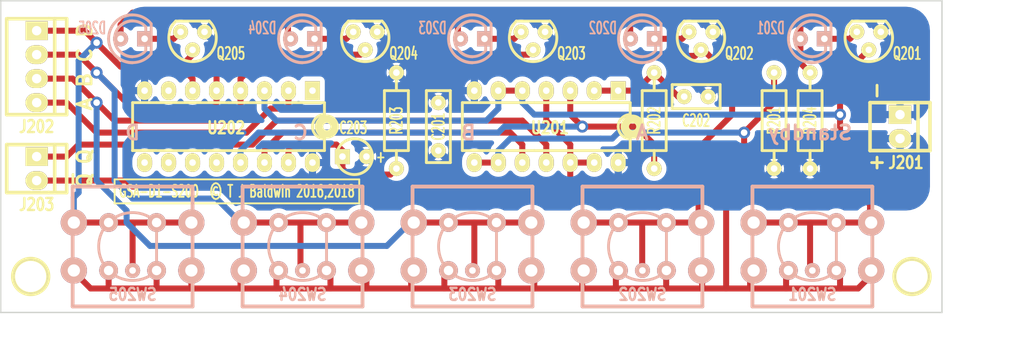
<source format=kicad_pcb>
(kicad_pcb (version 4) (host pcbnew 4.0.7)

  (general
    (links 96)
    (no_connects 0)
    (area 89.43975 82.474999 203.655 121.075001)
    (thickness 1.6)
    (drawings 24)
    (tracks 269)
    (zones 0)
    (modules 29)
    (nets 21)
  )

  (page A4)
  (title_block
    (title Diamond-1)
    (date "January 2018")
    (rev 2.0.0)
    (company "Gemstone Amplification")
    (comment 1 "© Tim Baldwin 2016,2018")
    (comment 2 GSA-D1-D200)
    (comment 3 "Input Selector")
    (comment 4 "Stereo Amplifier")
  )

  (layers
    (0 F.Cu signal)
    (31 B.Cu signal)
    (32 B.Adhes user)
    (33 F.Adhes user)
    (34 B.Paste user)
    (35 F.Paste user)
    (36 B.SilkS user)
    (37 F.SilkS user)
    (38 B.Mask user)
    (39 F.Mask user)
    (40 Dwgs.User user)
    (41 Cmts.User user)
    (42 Eco1.User user)
    (43 Eco2.User user)
    (44 Edge.Cuts user)
    (45 Margin user)
    (46 B.CrtYd user)
    (47 F.CrtYd user)
    (48 B.Fab user)
    (49 F.Fab user)
  )

  (setup
    (last_trace_width 0.762)
    (user_trace_width 0.254)
    (user_trace_width 0.508)
    (user_trace_width 0.635)
    (user_trace_width 0.762)
    (user_trace_width 1.27)
    (user_trace_width 1.524)
    (user_trace_width 2.032)
    (user_trace_width 2.54)
    (trace_clearance 0.254)
    (zone_clearance 0.508)
    (zone_45_only yes)
    (trace_min 0.02)
    (segment_width 0.2)
    (edge_width 0.15)
    (via_size 1.524)
    (via_drill 0.7)
    (via_min_size 1.27)
    (via_min_drill 0.7)
    (uvia_size 0.3)
    (uvia_drill 0.1)
    (uvias_allowed no)
    (uvia_min_size 0.007874)
    (uvia_min_drill 0.1)
    (pcb_text_width 0.3)
    (pcb_text_size 1.5 1.5)
    (mod_edge_width 0.15)
    (mod_text_size 1 1)
    (mod_text_width 0.15)
    (pad_size 1.5875 1.5875)
    (pad_drill 0.7)
    (pad_to_mask_clearance 0.2)
    (aux_axis_origin 0 0)
    (visible_elements 7FFFFD7F)
    (pcbplotparams
      (layerselection 0x010f0_80000001)
      (usegerberextensions true)
      (excludeedgelayer true)
      (linewidth 0.100000)
      (plotframeref false)
      (viasonmask false)
      (mode 1)
      (useauxorigin false)
      (hpglpennumber 1)
      (hpglpenspeed 20)
      (hpglpendiameter 15)
      (hpglpenoverlay 2)
      (psnegative false)
      (psa4output false)
      (plotreference true)
      (plotvalue false)
      (plotinvisibletext false)
      (padsonsilk false)
      (subtractmaskfromsilk true)
      (outputformat 1)
      (mirror false)
      (drillshape 0)
      (scaleselection 1)
      (outputdirectory gerber/))
  )

  (net 0 "")
  (net 1 "Net-(C202-Pad1)")
  (net 2 "Net-(D201-PadK)")
  (net 3 "Net-(D201-PadA)")
  (net 4 "Net-(D202-PadK)")
  (net 5 "Net-(D203-PadK)")
  (net 6 "Net-(D204-PadK)")
  (net 7 "Net-(D205-PadK)")
  (net 8 "Net-(R201-Pad1)")
  (net 9 /V+)
  (net 10 /V-)
  (net 11 /Reset)
  (net 12 /D)
  (net 13 /C)
  (net 14 /B)
  (net 15 /A)
  (net 16 /Q)
  (net 17 /~Q)
  (net 18 /Q0)
  (net 19 /Clock)
  (net 20 /Enable)

  (net_class Default "This is the default net class."
    (clearance 0.254)
    (trace_width 0.762)
    (via_dia 1.524)
    (via_drill 0.7)
    (uvia_dia 0.3)
    (uvia_drill 0.1)
    (add_net /V+)
    (add_net /V-)
  )

  (net_class Small ""
    (clearance 0.254)
    (trace_width 0.635)
    (via_dia 1.27)
    (via_drill 0.7)
    (uvia_dia 0.3)
    (uvia_drill 0.1)
    (add_net /A)
    (add_net /B)
    (add_net /C)
    (add_net /Clock)
    (add_net /D)
    (add_net /Enable)
    (add_net /Q)
    (add_net /Q0)
    (add_net /Reset)
    (add_net /~Q)
    (add_net "Net-(C202-Pad1)")
    (add_net "Net-(D201-PadA)")
    (add_net "Net-(D201-PadK)")
    (add_net "Net-(D202-PadK)")
    (add_net "Net-(D203-PadK)")
    (add_net "Net-(D204-PadK)")
    (add_net "Net-(D205-PadK)")
    (add_net "Net-(R201-Pad1)")
  )

  (module gsa:CAP725 (layer F.Cu) (tedit 56705724) (tstamp 5A7DE7FD)
    (at 137.795 95.885 90)
    (path /5A85E99E)
    (fp_text reference C201 (at 0 0 90) (layer F.SilkS)
      (effects (font (size 1.27 0.762) (thickness 0.1905)))
    )
    (fp_text value 100n (at 0 2.54 90) (layer F.SilkS) hide
      (effects (font (size 1.27 0.762) (thickness 0.1905)))
    )
    (fp_line (start 3.81 -1.27) (end 3.81 1.27) (layer F.SilkS) (width 0.3048))
    (fp_line (start 3.81 1.27) (end -3.81 1.27) (layer F.SilkS) (width 0.3048))
    (fp_line (start -3.81 1.27) (end -3.81 -1.27) (layer F.SilkS) (width 0.3048))
    (fp_line (start -3.81 -1.27) (end 3.81 -1.27) (layer F.SilkS) (width 0.3048))
    (pad 1 thru_hole circle (at -2.54 0 90) (size 1.5875 1.5875) (drill 0.7) (layers *.Cu *.Mask F.SilkS)
      (net 9 /V+))
    (pad 2 thru_hole circle (at 2.54 0 90) (size 1.5875 1.5875) (drill 0.7) (layers *.Cu *.Mask F.SilkS)
      (net 10 /V-))
    (model ${GSALIB}/gsa.3d/cap725.wrl
      (at (xyz 0 0 0))
      (scale (xyz 1 1 1))
      (rotate (xyz 0 0 0))
    )
  )

  (module gsa:ELEC4R (layer F.Cu) (tedit 5A7EEB4E) (tstamp 5A7DE80F)
    (at 128.905 99.06 180)
    (path /5A85E99C)
    (fp_text reference C203 (at 0.127 3.048 180) (layer F.SilkS)
      (effects (font (size 1.27 0.762) (thickness 0.1905)))
    )
    (fp_text value 10u (at 0 3.048 180) (layer F.SilkS) hide
      (effects (font (size 1.27 0.762) (thickness 0.1905)))
    )
    (fp_circle (center 0 0) (end -1.905 0) (layer F.SilkS) (width 0.3048))
    (fp_text user + (at -2.794 0 180) (layer F.SilkS)
      (effects (font (size 1.27 0.762) (thickness 0.1905)))
    )
    (pad 1 thru_hole circle (at -1.27 0 180) (size 1.5875 1.5875) (drill 0.7) (layers *.Cu *.Mask F.SilkS)
      (net 9 /V+))
    (pad 2 thru_hole rect (at 1.27 0 180) (size 1.5875 1.5875) (drill 0.7) (layers *.Cu *.Mask F.SilkS)
      (net 11 /Reset))
    (model ${GSALIB}/gsa.3d/elec4r.wrl
      (at (xyz 0 0 0))
      (scale (xyz 1 1 1))
      (rotate (xyz 0 0 0))
    )
  )

  (module gsa:LED3 (layer B.Cu) (tedit 5A7EEB22) (tstamp 5A7DE8C3)
    (at 177.41 86.585 180)
    (path /5A85E99F)
    (fp_text reference D201 (at 4.415 1.141 180) (layer B.SilkS)
      (effects (font (size 1.27 0.762) (thickness 0.1905)) (justify mirror))
    )
    (fp_text value LED (at 0 -3.556 180) (layer B.SilkS) hide
      (effects (font (size 1.27 0.762) (thickness 0.1905)) (justify mirror))
    )
    (fp_arc (start 0 0) (end -1.9685 1.5875) (angle -90) (layer B.SilkS) (width 0.3048))
    (fp_line (start -1.9685 -1.5875) (end -1.9685 1.5875) (layer B.SilkS) (width 0.3048))
    (fp_line (start -1.397 1.27) (end -1.397 -1.27) (layer B.SilkS) (width 0.3048))
    (fp_arc (start 0 0) (end 1.397 -1.27) (angle -90) (layer B.SilkS) (width 0.3048))
    (fp_arc (start 0 0) (end -1.397 1.27) (angle -90) (layer B.SilkS) (width 0.3048))
    (fp_arc (start 0 0) (end 1.651 -1.905) (angle -90) (layer B.SilkS) (width 0.3048))
    (fp_arc (start 0 0) (end 0 1.905) (angle -90) (layer B.SilkS) (width 0.3048))
    (fp_arc (start 0 0) (end 1.905 0) (angle -90) (layer B.SilkS) (width 0.3048))
    (fp_arc (start 0 0) (end 0 2.54) (angle -90) (layer B.SilkS) (width 0.3048))
    (fp_arc (start 0 0) (end 2.54 0) (angle -90) (layer B.SilkS) (width 0.3048))
    (pad K thru_hole rect (at -1.27 0 180) (size 1.5875 1.5875) (drill 0.7) (layers *.Cu *.Mask B.SilkS)
      (net 2 "Net-(D201-PadK)"))
    (pad A thru_hole circle (at 1.27 0 180) (size 1.5875 1.5875) (drill 0.7) (layers *.Cu *.Mask B.SilkS)
      (net 3 "Net-(D201-PadA)"))
    (model ${GSALIB}/gsa.3d/led3v.wrl
      (at (xyz 0 0 0))
      (scale (xyz 1 1 1))
      (rotate (xyz 0 0 0))
    )
  )

  (module gsa:LED3 (layer B.Cu) (tedit 5A7EEB1F) (tstamp 5A7DE8D2)
    (at 159.41 86.585 180)
    (path /5A85E9A6)
    (fp_text reference D202 (at 4.195 1.141 180) (layer B.SilkS)
      (effects (font (size 1.27 0.762) (thickness 0.1905)) (justify mirror))
    )
    (fp_text value LED (at 0 -3.556 180) (layer B.SilkS) hide
      (effects (font (size 1.27 0.762) (thickness 0.1905)) (justify mirror))
    )
    (fp_arc (start 0 0) (end -1.9685 1.5875) (angle -90) (layer B.SilkS) (width 0.3048))
    (fp_line (start -1.9685 -1.5875) (end -1.9685 1.5875) (layer B.SilkS) (width 0.3048))
    (fp_line (start -1.397 1.27) (end -1.397 -1.27) (layer B.SilkS) (width 0.3048))
    (fp_arc (start 0 0) (end 1.397 -1.27) (angle -90) (layer B.SilkS) (width 0.3048))
    (fp_arc (start 0 0) (end -1.397 1.27) (angle -90) (layer B.SilkS) (width 0.3048))
    (fp_arc (start 0 0) (end 1.651 -1.905) (angle -90) (layer B.SilkS) (width 0.3048))
    (fp_arc (start 0 0) (end 0 1.905) (angle -90) (layer B.SilkS) (width 0.3048))
    (fp_arc (start 0 0) (end 1.905 0) (angle -90) (layer B.SilkS) (width 0.3048))
    (fp_arc (start 0 0) (end 0 2.54) (angle -90) (layer B.SilkS) (width 0.3048))
    (fp_arc (start 0 0) (end 2.54 0) (angle -90) (layer B.SilkS) (width 0.3048))
    (pad K thru_hole rect (at -1.27 0 180) (size 1.5875 1.5875) (drill 0.7) (layers *.Cu *.Mask B.SilkS)
      (net 4 "Net-(D202-PadK)"))
    (pad A thru_hole circle (at 1.27 0 180) (size 1.5875 1.5875) (drill 0.7) (layers *.Cu *.Mask B.SilkS)
      (net 3 "Net-(D201-PadA)"))
    (model ${GSALIB}/gsa.3d/led3v.wrl
      (at (xyz 0 0 0))
      (scale (xyz 1 1 1))
      (rotate (xyz 0 0 0))
    )
  )

  (module gsa:LED3 (layer B.Cu) (tedit 5A7EEB17) (tstamp 5A7DE8E1)
    (at 141.41 86.585 180)
    (path /5A85E9A8)
    (fp_text reference D203 (at 4.229 1.141 180) (layer B.SilkS)
      (effects (font (size 1.27 0.762) (thickness 0.1905)) (justify mirror))
    )
    (fp_text value LED (at 0 -3.556 180) (layer B.SilkS) hide
      (effects (font (size 1.27 0.762) (thickness 0.1905)) (justify mirror))
    )
    (fp_arc (start 0 0) (end -1.9685 1.5875) (angle -90) (layer B.SilkS) (width 0.3048))
    (fp_line (start -1.9685 -1.5875) (end -1.9685 1.5875) (layer B.SilkS) (width 0.3048))
    (fp_line (start -1.397 1.27) (end -1.397 -1.27) (layer B.SilkS) (width 0.3048))
    (fp_arc (start 0 0) (end 1.397 -1.27) (angle -90) (layer B.SilkS) (width 0.3048))
    (fp_arc (start 0 0) (end -1.397 1.27) (angle -90) (layer B.SilkS) (width 0.3048))
    (fp_arc (start 0 0) (end 1.651 -1.905) (angle -90) (layer B.SilkS) (width 0.3048))
    (fp_arc (start 0 0) (end 0 1.905) (angle -90) (layer B.SilkS) (width 0.3048))
    (fp_arc (start 0 0) (end 1.905 0) (angle -90) (layer B.SilkS) (width 0.3048))
    (fp_arc (start 0 0) (end 0 2.54) (angle -90) (layer B.SilkS) (width 0.3048))
    (fp_arc (start 0 0) (end 2.54 0) (angle -90) (layer B.SilkS) (width 0.3048))
    (pad K thru_hole rect (at -1.27 0 180) (size 1.5875 1.5875) (drill 0.7) (layers *.Cu *.Mask B.SilkS)
      (net 5 "Net-(D203-PadK)"))
    (pad A thru_hole circle (at 1.27 0 180) (size 1.5875 1.5875) (drill 0.7) (layers *.Cu *.Mask B.SilkS)
      (net 3 "Net-(D201-PadA)"))
    (model ${GSALIB}/gsa.3d/led3v.wrl
      (at (xyz 0 0 0))
      (scale (xyz 1 1 1))
      (rotate (xyz 0 0 0))
    )
  )

  (module gsa:LED3 (layer B.Cu) (tedit 5A7EEB10) (tstamp 5A7DE8F0)
    (at 123.41 86.585 180)
    (path /5A85E9AA)
    (fp_text reference D204 (at 4.263 1.141 180) (layer B.SilkS)
      (effects (font (size 1.27 0.762) (thickness 0.1905)) (justify mirror))
    )
    (fp_text value LED (at 0 -3.556 180) (layer B.SilkS) hide
      (effects (font (size 1.27 0.762) (thickness 0.1905)) (justify mirror))
    )
    (fp_arc (start 0 0) (end -1.9685 1.5875) (angle -90) (layer B.SilkS) (width 0.3048))
    (fp_line (start -1.9685 -1.5875) (end -1.9685 1.5875) (layer B.SilkS) (width 0.3048))
    (fp_line (start -1.397 1.27) (end -1.397 -1.27) (layer B.SilkS) (width 0.3048))
    (fp_arc (start 0 0) (end 1.397 -1.27) (angle -90) (layer B.SilkS) (width 0.3048))
    (fp_arc (start 0 0) (end -1.397 1.27) (angle -90) (layer B.SilkS) (width 0.3048))
    (fp_arc (start 0 0) (end 1.651 -1.905) (angle -90) (layer B.SilkS) (width 0.3048))
    (fp_arc (start 0 0) (end 0 1.905) (angle -90) (layer B.SilkS) (width 0.3048))
    (fp_arc (start 0 0) (end 1.905 0) (angle -90) (layer B.SilkS) (width 0.3048))
    (fp_arc (start 0 0) (end 0 2.54) (angle -90) (layer B.SilkS) (width 0.3048))
    (fp_arc (start 0 0) (end 2.54 0) (angle -90) (layer B.SilkS) (width 0.3048))
    (pad K thru_hole rect (at -1.27 0 180) (size 1.5875 1.5875) (drill 0.7) (layers *.Cu *.Mask B.SilkS)
      (net 6 "Net-(D204-PadK)"))
    (pad A thru_hole circle (at 1.27 0 180) (size 1.5875 1.5875) (drill 0.7) (layers *.Cu *.Mask B.SilkS)
      (net 3 "Net-(D201-PadA)"))
    (model ${GSALIB}/gsa.3d/led3v.wrl
      (at (xyz 0 0 0))
      (scale (xyz 1 1 1))
      (rotate (xyz 0 0 0))
    )
  )

  (module gsa:LED3 (layer B.Cu) (tedit 5A7EEAE4) (tstamp 5A7DE8FF)
    (at 105.41 86.585 180)
    (path /5A85E9AC)
    (fp_text reference D205 (at 4.297 1.141 180) (layer B.SilkS)
      (effects (font (size 1.27 0.762) (thickness 0.1905)) (justify mirror))
    )
    (fp_text value LED (at 0 -3.556 180) (layer B.SilkS) hide
      (effects (font (size 1.27 0.762) (thickness 0.1905)) (justify mirror))
    )
    (fp_arc (start 0 0) (end -1.9685 1.5875) (angle -90) (layer B.SilkS) (width 0.3048))
    (fp_line (start -1.9685 -1.5875) (end -1.9685 1.5875) (layer B.SilkS) (width 0.3048))
    (fp_line (start -1.397 1.27) (end -1.397 -1.27) (layer B.SilkS) (width 0.3048))
    (fp_arc (start 0 0) (end 1.397 -1.27) (angle -90) (layer B.SilkS) (width 0.3048))
    (fp_arc (start 0 0) (end -1.397 1.27) (angle -90) (layer B.SilkS) (width 0.3048))
    (fp_arc (start 0 0) (end 1.651 -1.905) (angle -90) (layer B.SilkS) (width 0.3048))
    (fp_arc (start 0 0) (end 0 1.905) (angle -90) (layer B.SilkS) (width 0.3048))
    (fp_arc (start 0 0) (end 1.905 0) (angle -90) (layer B.SilkS) (width 0.3048))
    (fp_arc (start 0 0) (end 0 2.54) (angle -90) (layer B.SilkS) (width 0.3048))
    (fp_arc (start 0 0) (end 2.54 0) (angle -90) (layer B.SilkS) (width 0.3048))
    (pad K thru_hole rect (at -1.27 0 180) (size 1.5875 1.5875) (drill 0.7) (layers *.Cu *.Mask B.SilkS)
      (net 7 "Net-(D205-PadK)"))
    (pad A thru_hole circle (at 1.27 0 180) (size 1.5875 1.5875) (drill 0.7) (layers *.Cu *.Mask B.SilkS)
      (net 3 "Net-(D201-PadA)"))
    (model ${GSALIB}/gsa.3d/led3v.wrl
      (at (xyz 0 0 0))
      (scale (xyz 1 1 1))
      (rotate (xyz 0 0 0))
    )
  )

  (module gsa:HOLE33 (layer F.Cu) (tedit 566F1957) (tstamp 5A7DE92E)
    (at 94.615 111.76)
    (path /5A85E9A2)
    (fp_text reference H201 (at 0 3.81) (layer F.SilkS) hide
      (effects (font (size 1.27 0.762) (thickness 0.1905)))
    )
    (fp_text value HOLE (at 0 -3.81) (layer F.SilkS) hide
      (effects (font (size 1.27 0.762) (thickness 0.1905)))
    )
    (fp_circle (center 0 0) (end -1.778 -0.762) (layer F.SilkS) (width 0.3048))
    (pad H thru_hole circle (at 0 0) (size 3.556 3.556) (drill 3.3) (layers *.Cu *.Mask F.SilkS))
  )

  (module gsa:HOLE33 (layer F.Cu) (tedit 566F1957) (tstamp 5A7DE933)
    (at 187.96 111.76)
    (path /5A85E9A1)
    (fp_text reference H202 (at 0 3.81) (layer F.SilkS) hide
      (effects (font (size 1.27 0.762) (thickness 0.1905)))
    )
    (fp_text value HOLE (at 0 -3.81) (layer F.SilkS) hide
      (effects (font (size 1.27 0.762) (thickness 0.1905)))
    )
    (fp_circle (center 0 0) (end -1.778 -0.762) (layer F.SilkS) (width 0.3048))
    (pad H thru_hole circle (at 0 0) (size 3.556 3.556) (drill 3.3) (layers *.Cu *.Mask F.SilkS))
  )

  (module gsa:RES10 (layer F.Cu) (tedit 566F1DB8) (tstamp 5A7DEA3B)
    (at 173.355 95.25 270)
    (path /5A85E9AE)
    (fp_text reference R201 (at 0 0 270) (layer F.SilkS)
      (effects (font (size 1.27 0.762) (thickness 0.1905)))
    )
    (fp_text value 100k (at 0 2.54 270) (layer F.SilkS) hide
      (effects (font (size 1.27 0.762) (thickness 0.1905)))
    )
    (fp_line (start -3.175 0) (end -5.08 0) (layer F.SilkS) (width 0.3048))
    (fp_line (start 3.175 0) (end 5.08 0) (layer F.SilkS) (width 0.3048))
    (fp_line (start -3.175 -1.27) (end -3.175 1.27) (layer F.SilkS) (width 0.3048))
    (fp_line (start -3.175 1.27) (end 3.175 1.27) (layer F.SilkS) (width 0.3048))
    (fp_line (start 3.175 1.27) (end 3.175 -1.27) (layer F.SilkS) (width 0.3048))
    (fp_line (start 3.175 -1.27) (end -3.175 -1.27) (layer F.SilkS) (width 0.3048))
    (pad 1 thru_hole circle (at -5.08 0 270) (size 1.5875 1.5875) (drill 0.7) (layers *.Cu *.Mask F.SilkS)
      (net 8 "Net-(R201-Pad1)"))
    (pad 2 thru_hole circle (at 5.08 0 270) (size 1.5875 1.5875) (drill 0.7) (layers *.Cu *.Mask F.SilkS)
      (net 9 /V+))
    (model ${GSALIB}/gsa.3d/res10.wrl
      (at (xyz 0 0 0))
      (scale (xyz 1 1 1))
      (rotate (xyz 0 0 0))
    )
  )

  (module gsa:RES10 (layer F.Cu) (tedit 566F1DB8) (tstamp 5A7DEA46)
    (at 160.655 95.25 90)
    (path /5A85E99A)
    (fp_text reference R202 (at 0 0 90) (layer F.SilkS)
      (effects (font (size 1.27 0.762) (thickness 0.1905)))
    )
    (fp_text value 10k (at 0 2.54 90) (layer F.SilkS) hide
      (effects (font (size 1.27 0.762) (thickness 0.1905)))
    )
    (fp_line (start -3.175 0) (end -5.08 0) (layer F.SilkS) (width 0.3048))
    (fp_line (start 3.175 0) (end 5.08 0) (layer F.SilkS) (width 0.3048))
    (fp_line (start -3.175 -1.27) (end -3.175 1.27) (layer F.SilkS) (width 0.3048))
    (fp_line (start -3.175 1.27) (end 3.175 1.27) (layer F.SilkS) (width 0.3048))
    (fp_line (start 3.175 1.27) (end 3.175 -1.27) (layer F.SilkS) (width 0.3048))
    (fp_line (start 3.175 -1.27) (end -3.175 -1.27) (layer F.SilkS) (width 0.3048))
    (pad 1 thru_hole circle (at -5.08 0 90) (size 1.5875 1.5875) (drill 0.7) (layers *.Cu *.Mask F.SilkS)
      (net 19 /Clock))
    (pad 2 thru_hole circle (at 5.08 0 90) (size 1.5875 1.5875) (drill 0.7) (layers *.Cu *.Mask F.SilkS)
      (net 1 "Net-(C202-Pad1)"))
    (model ${GSALIB}/gsa.3d/res10.wrl
      (at (xyz 0 0 0))
      (scale (xyz 1 1 1))
      (rotate (xyz 0 0 0))
    )
  )

  (module gsa:RES10 (layer F.Cu) (tedit 566F1DB8) (tstamp 5A7DEA51)
    (at 133.35 95.25 270)
    (path /5A85E99B)
    (fp_text reference R203 (at 0 0 270) (layer F.SilkS)
      (effects (font (size 1.27 0.762) (thickness 0.1905)))
    )
    (fp_text value 10k (at 0 2.54 270) (layer F.SilkS) hide
      (effects (font (size 1.27 0.762) (thickness 0.1905)))
    )
    (fp_line (start -3.175 0) (end -5.08 0) (layer F.SilkS) (width 0.3048))
    (fp_line (start 3.175 0) (end 5.08 0) (layer F.SilkS) (width 0.3048))
    (fp_line (start -3.175 -1.27) (end -3.175 1.27) (layer F.SilkS) (width 0.3048))
    (fp_line (start -3.175 1.27) (end 3.175 1.27) (layer F.SilkS) (width 0.3048))
    (fp_line (start 3.175 1.27) (end 3.175 -1.27) (layer F.SilkS) (width 0.3048))
    (fp_line (start 3.175 -1.27) (end -3.175 -1.27) (layer F.SilkS) (width 0.3048))
    (pad 1 thru_hole circle (at -5.08 0 270) (size 1.5875 1.5875) (drill 0.7) (layers *.Cu *.Mask F.SilkS)
      (net 10 /V-))
    (pad 2 thru_hole circle (at 5.08 0 270) (size 1.5875 1.5875) (drill 0.7) (layers *.Cu *.Mask F.SilkS)
      (net 11 /Reset))
    (model ${GSALIB}/gsa.3d/res10.wrl
      (at (xyz 0 0 0))
      (scale (xyz 1 1 1))
      (rotate (xyz 0 0 0))
    )
  )

  (module gsa:RES10 (layer F.Cu) (tedit 566F1DB8) (tstamp 5A7DEA5C)
    (at 177.165 95.25 90)
    (path /5A85E99D)
    (fp_text reference R204 (at 0 0 90) (layer F.SilkS)
      (effects (font (size 1.27 0.762) (thickness 0.1905)))
    )
    (fp_text value 560R (at 0 2.54 90) (layer F.SilkS) hide
      (effects (font (size 1.27 0.762) (thickness 0.1905)))
    )
    (fp_line (start -3.175 0) (end -5.08 0) (layer F.SilkS) (width 0.3048))
    (fp_line (start 3.175 0) (end 5.08 0) (layer F.SilkS) (width 0.3048))
    (fp_line (start -3.175 -1.27) (end -3.175 1.27) (layer F.SilkS) (width 0.3048))
    (fp_line (start -3.175 1.27) (end 3.175 1.27) (layer F.SilkS) (width 0.3048))
    (fp_line (start 3.175 1.27) (end 3.175 -1.27) (layer F.SilkS) (width 0.3048))
    (fp_line (start 3.175 -1.27) (end -3.175 -1.27) (layer F.SilkS) (width 0.3048))
    (pad 1 thru_hole circle (at -5.08 0 90) (size 1.5875 1.5875) (drill 0.7) (layers *.Cu *.Mask F.SilkS)
      (net 9 /V+))
    (pad 2 thru_hole circle (at 5.08 0 90) (size 1.5875 1.5875) (drill 0.7) (layers *.Cu *.Mask F.SilkS)
      (net 3 "Net-(D201-PadA)"))
    (model ${GSALIB}/gsa.3d/res10.wrl
      (at (xyz 0 0 0))
      (scale (xyz 1 1 1))
      (rotate (xyz 0 0 0))
    )
  )

  (module gsa:DIL14 (layer F.Cu) (tedit 5A7EEAA6) (tstamp 5A7DEB78)
    (at 149.225 95.885 180)
    (path /5A85E9B4)
    (fp_text reference U201 (at -0.381 -0.127 180) (layer F.SilkS)
      (effects (font (size 1.27 1.016) (thickness 0.254)))
    )
    (fp_text value 4093 (at 0.635 1.27 180) (layer F.SilkS) hide
      (effects (font (size 1.27 0.762) (thickness 0.1905)))
    )
    (fp_line (start 1.27 2.54) (end 8.89 2.54) (layer F.SilkS) (width 0.3))
    (fp_line (start 1.27 -2.54) (end 8.89 -2.54) (layer F.SilkS) (width 0.3))
    (fp_line (start 8.89 -2.54) (end 8.89 2.54) (layer F.SilkS) (width 0.3048))
    (fp_circle (center -9.144 0) (end -9.144 0.381) (layer F.SilkS) (width 0.889))
    (fp_arc (start -8.89 0) (end -7.62 0) (angle 90) (layer F.SilkS) (width 0.3048))
    (fp_arc (start -8.89 0) (end -8.89 -1.27) (angle 90) (layer F.SilkS) (width 0.3048))
    (fp_line (start -8.89 -2.54) (end -8.89 -1.27) (layer F.SilkS) (width 0.3048))
    (fp_line (start -8.89 -2.54) (end 1.27 -2.54) (layer F.SilkS) (width 0.3048))
    (fp_line (start 1.27 2.54) (end -8.89 2.54) (layer F.SilkS) (width 0.3048))
    (fp_line (start -8.89 2.54) (end -8.89 1.27) (layer F.SilkS) (width 0.3048))
    (pad 7 thru_hole oval (at 7.62 3.81 180) (size 1.5875 1.984375) (drill 0.7) (layers *.Cu *.Mask F.SilkS)
      (net 10 /V-))
    (pad 8 thru_hole oval (at 7.62 -3.81 180) (size 1.5875 1.984375) (drill 0.7) (layers *.Cu *.Mask F.SilkS)
      (net 8 "Net-(R201-Pad1)"))
    (pad 9 thru_hole oval (at 5.08 -3.81 180) (size 1.5875 1.984375) (drill 0.7) (layers *.Cu *.Mask F.SilkS)
      (net 8 "Net-(R201-Pad1)"))
    (pad 10 thru_hole oval (at 2.54 -3.81 180) (size 1.5875 1.984375) (drill 0.7) (layers *.Cu *.Mask F.SilkS)
      (net 20 /Enable))
    (pad 5 thru_hole oval (at 2.54 3.81 180) (size 1.5875 1.984375) (drill 0.7) (layers *.Cu *.Mask F.SilkS)
      (net 18 /Q0))
    (pad 6 thru_hole oval (at 5.08 3.81 180) (size 1.5875 1.984375) (drill 0.7) (layers *.Cu *.Mask F.SilkS)
      (net 18 /Q0))
    (pad 4 thru_hole oval (at 0 3.81 180) (size 1.5875 1.984375) (drill 0.7) (layers *.Cu *.Mask F.SilkS)
      (net 17 /~Q))
    (pad 3 thru_hole oval (at -2.54 3.81 180) (size 1.5875 1.984375) (drill 0.7) (layers *.Cu *.Mask F.SilkS)
      (net 19 /Clock))
    (pad 2 thru_hole oval (at -5.08 3.81 180) (size 1.5875 1.984375) (drill 0.7) (layers *.Cu *.Mask F.SilkS)
      (net 1 "Net-(C202-Pad1)"))
    (pad 1 thru_hole rect (at -7.62 3.81 180) (size 1.5875 1.984375) (drill 0.7) (layers *.Cu *.Mask F.SilkS)
      (net 1 "Net-(C202-Pad1)"))
    (pad 14 thru_hole oval (at -7.62 -3.81 180) (size 1.5875 1.984375) (drill 0.7) (layers *.Cu *.Mask F.SilkS)
      (net 9 /V+))
    (pad 13 thru_hole oval (at -5.08 -3.81 180) (size 1.5875 1.984375) (drill 0.7) (layers *.Cu *.Mask F.SilkS)
      (net 17 /~Q))
    (pad 12 thru_hole oval (at -2.54 -3.81 180) (size 1.5875 1.984375) (drill 0.7) (layers *.Cu *.Mask F.SilkS)
      (net 17 /~Q))
    (pad 11 thru_hole oval (at 0 -3.81 180) (size 1.5875 1.984375) (drill 0.7) (layers *.Cu *.Mask F.SilkS)
      (net 16 /Q))
    (model ${GSALIB}/gsa.3d/dil14.wrl
      (at (xyz 0 0 0))
      (scale (xyz 1 1 1))
      (rotate (xyz 0 0 0))
    )
  )

  (module gsa:DIL16 (layer F.Cu) (tedit 5A7EEA4F) (tstamp 5A7DEB93)
    (at 115.57 95.885 180)
    (path /5A85E9A3)
    (fp_text reference U202 (at 0.254 -0.127 180) (layer F.SilkS)
      (effects (font (size 1.27 1.016) (thickness 0.254)))
    )
    (fp_text value 4017 (at 0 1.27 180) (layer F.SilkS) hide
      (effects (font (size 1.27 0.762) (thickness 0.1905)))
    )
    (fp_line (start -10.16 -2.54) (end -7.62 -2.54) (layer F.SilkS) (width 0.3))
    (fp_line (start 7.62 2.54) (end 10.16 2.54) (layer F.SilkS) (width 0.3))
    (fp_line (start 7.62 -2.54) (end 10.16 -2.54) (layer F.SilkS) (width 0.3))
    (fp_line (start 10.16 -2.54) (end 10.16 2.54) (layer F.SilkS) (width 0.3048))
    (fp_line (start 0 2.54) (end 7.62 2.54) (layer F.SilkS) (width 0.3))
    (fp_line (start 2.54 -2.54) (end 10.16 -2.54) (layer F.SilkS) (width 0.3))
    (fp_circle (center -10.414 0) (end -10.414 0.381) (layer F.SilkS) (width 0.889))
    (fp_arc (start -10.16 0) (end -8.89 0) (angle 90) (layer F.SilkS) (width 0.3048))
    (fp_arc (start -10.16 0) (end -10.16 -1.27) (angle 90) (layer F.SilkS) (width 0.3048))
    (fp_line (start -10.16 -2.54) (end -10.16 -1.27) (layer F.SilkS) (width 0.3048))
    (fp_line (start -7.62 -2.54) (end 2.54 -2.54) (layer F.SilkS) (width 0.3048))
    (fp_line (start 0 2.54) (end -10.16 2.54) (layer F.SilkS) (width 0.3048))
    (fp_line (start -10.16 2.54) (end -10.16 1.27) (layer F.SilkS) (width 0.3048))
    (pad 15 thru_hole oval (at -6.35 -3.81 180) (size 1.5875 1.984375) (drill 0.7) (layers *.Cu *.Mask F.SilkS)
      (net 11 /Reset))
    (pad 16 thru_hole oval (at -8.89 -3.81 180) (size 1.5875 1.984375) (drill 0.7) (layers *.Cu *.Mask F.SilkS)
      (net 9 /V+))
    (pad 8 thru_hole oval (at 8.89 3.81 180) (size 1.5875 1.984375) (drill 0.7) (layers *.Cu *.Mask F.SilkS)
      (net 10 /V-))
    (pad 7 thru_hole oval (at 6.35 3.81 180) (size 1.5875 1.984375) (drill 0.7) (layers *.Cu *.Mask F.SilkS))
    (pad 9 thru_hole oval (at 8.89 -3.81 180) (size 1.5875 1.984375) (drill 0.7) (layers *.Cu *.Mask F.SilkS))
    (pad 10 thru_hole oval (at 6.35 -3.81 180) (size 1.5875 1.984375) (drill 0.7) (layers *.Cu *.Mask F.SilkS))
    (pad 5 thru_hole oval (at 1.27 3.81 180) (size 1.5875 1.984375) (drill 0.7) (layers *.Cu *.Mask F.SilkS)
      (net 13 /C))
    (pad 6 thru_hole oval (at 3.81 3.81 180) (size 1.5875 1.984375) (drill 0.7) (layers *.Cu *.Mask F.SilkS)
      (net 12 /D))
    (pad 4 thru_hole oval (at -1.27 3.81 180) (size 1.5875 1.984375) (drill 0.7) (layers *.Cu *.Mask F.SilkS)
      (net 14 /B))
    (pad 3 thru_hole oval (at -3.81 3.81 180) (size 1.5875 1.984375) (drill 0.7) (layers *.Cu *.Mask F.SilkS)
      (net 18 /Q0))
    (pad 2 thru_hole oval (at -6.35 3.81 180) (size 1.5875 1.984375) (drill 0.7) (layers *.Cu *.Mask F.SilkS)
      (net 15 /A))
    (pad 1 thru_hole rect (at -8.89 3.81 180) (size 1.5875 1.984375) (drill 0.7) (layers *.Cu *.Mask F.SilkS))
    (pad 14 thru_hole oval (at -3.81 -3.81 180) (size 1.5875 1.984375) (drill 0.7) (layers *.Cu *.Mask F.SilkS)
      (net 20 /Enable))
    (pad 13 thru_hole oval (at -1.27 -3.81 180) (size 1.5875 1.984375) (drill 0.7) (layers *.Cu *.Mask F.SilkS)
      (net 19 /Clock))
    (pad 12 thru_hole oval (at 1.27 -3.81 180) (size 1.5875 1.984375) (drill 0.7) (layers *.Cu *.Mask F.SilkS))
    (pad 11 thru_hole oval (at 3.81 -3.81 180) (size 1.5875 1.984375) (drill 0.7) (layers *.Cu *.Mask F.SilkS))
    (model ${GSALIB}/gsa.3d/dil16.wrl
      (at (xyz 0 0 0))
      (scale (xyz 1 1 1))
      (rotate (xyz 0 0 0))
    )
  )

  (module gsa:CAP-C25 (layer F.Cu) (tedit 5A8366AC) (tstamp 5A7DE806)
    (at 165.1 92.71)
    (path /5A85E999)
    (fp_text reference C202 (at 0 2.54) (layer F.SilkS)
      (effects (font (size 1.27 0.762) (thickness 0.1905)))
    )
    (fp_text value 1n (at 0 2.54) (layer F.SilkS) hide
      (effects (font (size 1.27 0.762) (thickness 0.1905)))
    )
    (fp_line (start -2.54 -1.27) (end 2.54 -1.27) (layer F.SilkS) (width 0.3048))
    (fp_line (start -2.54 1.27) (end 2.54 1.27) (layer F.SilkS) (width 0.3048))
    (fp_line (start 2.54 -1.27) (end 2.54 1.27) (layer F.SilkS) (width 0.3048))
    (fp_line (start -2.54 1.27) (end -2.54 -1.27) (layer F.SilkS) (width 0.3048))
    (pad 1 thru_hole circle (at -1.27 0) (size 1.5875 1.5875) (drill 0.7) (layers *.Cu *.Mask F.SilkS)
      (net 1 "Net-(C202-Pad1)"))
    (pad 2 thru_hole circle (at 1.27 0) (size 1.5875 1.5875) (drill 0.7) (layers *.Cu *.Mask F.SilkS)
      (net 10 /V-))
    (model ${GSALIB}/gsa.3d//cap-c5.wrl
      (at (xyz 0 0 0))
      (scale (xyz 1 1 1))
      (rotate (xyz 0 0 0))
    )
  )

  (module gsa:SW-TACT2 (layer B.Cu) (tedit 56E1E948) (tstamp 5A7DEB60)
    (at 123.41 108.585)
    (path /5A85E9B2)
    (fp_text reference SW204 (at 0 5.08) (layer B.SilkS)
      (effects (font (size 1.27 1.016) (thickness 0.254)) (justify mirror))
    )
    (fp_text value SP-PUSH (at 0 -5.08) (layer B.SilkS) hide
      (effects (font (size 1.27 0.762) (thickness 0.1905)) (justify mirror))
    )
    (fp_arc (start 0 0) (end 2.54 -2.54) (angle -270) (layer B.SilkS) (width 0.3))
    (fp_line (start 2.54 2.54) (end 2.54 -2.54) (layer B.SilkS) (width 0.3))
    (fp_line (start -6.35 6.35) (end 6.35 6.35) (layer B.SilkS) (width 0.4))
    (fp_line (start 6.35 6.35) (end 6.35 -6.35) (layer B.SilkS) (width 0.4))
    (fp_line (start 6.35 -6.35) (end -6.35 -6.35) (layer B.SilkS) (width 0.4))
    (fp_line (start -6.35 -6.35) (end -6.35 6.35) (layer B.SilkS) (width 0.4))
    (pad 2 thru_hole circle (at 6.223 2.54) (size 2.778125 2.778125) (drill 1.3) (layers *.Cu *.Mask B.SilkS)
      (net 8 "Net-(R201-Pad1)"))
    (pad 2 thru_hole circle (at -6.223 2.54) (size 2.778125 2.778125) (drill 1.3) (layers *.Cu *.Mask B.SilkS)
      (net 8 "Net-(R201-Pad1)"))
    (pad 1 thru_hole circle (at 6.223 -2.54) (size 2.778125 2.778125) (drill 1.3) (layers *.Cu *.Mask B.SilkS)
      (net 13 /C))
    (pad 1 thru_hole circle (at -6.223 -2.54) (size 2.778125 2.778125) (drill 1.3) (layers *.Cu *.Mask B.SilkS)
      (net 13 /C))
    (pad 1 thru_hole circle (at 0 2.54) (size 1.5875 1.5875) (drill 0.7) (layers *.Cu *.Mask B.SilkS)
      (net 13 /C))
    (pad 2 thru_hole circle (at -2.54 2.54) (size 1.984375 1.984375) (drill 1) (layers *.Cu *.Mask B.SilkS)
      (net 8 "Net-(R201-Pad1)"))
    (pad 2 thru_hole circle (at 2.54 2.54) (size 1.984375 1.984375) (drill 1) (layers *.Cu *.Mask B.SilkS)
      (net 8 "Net-(R201-Pad1)"))
    (pad 1 thru_hole circle (at 2.54 -2.54) (size 1.984375 1.984375) (drill 1) (layers *.Cu *.Mask B.SilkS)
      (net 13 /C))
    (pad 1 thru_hole circle (at -2.54 -2.54) (size 1.984375 1.984375) (drill 1) (layers *.Cu *.Mask B.SilkS)
      (net 13 /C))
    (model ${GSALIB}/gsa.3d/tact-sw12.wrl
      (at (xyz 0 0 0))
      (scale (xyz 1 1 1))
      (rotate (xyz 0 0 0))
    )
  )

  (module gsa:SW-TACT2 (layer B.Cu) (tedit 56E1E948) (tstamp 5A7DEB3C)
    (at 177.41 108.585)
    (path /5A85E9AF)
    (fp_text reference SW201 (at 0 5.08) (layer B.SilkS)
      (effects (font (size 1.27 1.016) (thickness 0.254)) (justify mirror))
    )
    (fp_text value SP-PUSH (at 0 -5.08) (layer B.SilkS) hide
      (effects (font (size 1.27 0.762) (thickness 0.1905)) (justify mirror))
    )
    (fp_arc (start 0 0) (end 2.54 -2.54) (angle -270) (layer B.SilkS) (width 0.3))
    (fp_line (start 2.54 2.54) (end 2.54 -2.54) (layer B.SilkS) (width 0.3))
    (fp_line (start -6.35 6.35) (end 6.35 6.35) (layer B.SilkS) (width 0.4))
    (fp_line (start 6.35 6.35) (end 6.35 -6.35) (layer B.SilkS) (width 0.4))
    (fp_line (start 6.35 -6.35) (end -6.35 -6.35) (layer B.SilkS) (width 0.4))
    (fp_line (start -6.35 -6.35) (end -6.35 6.35) (layer B.SilkS) (width 0.4))
    (pad 2 thru_hole circle (at 6.223 2.54) (size 2.778125 2.778125) (drill 1.3) (layers *.Cu *.Mask B.SilkS)
      (net 8 "Net-(R201-Pad1)"))
    (pad 2 thru_hole circle (at -6.223 2.54) (size 2.778125 2.778125) (drill 1.3) (layers *.Cu *.Mask B.SilkS)
      (net 8 "Net-(R201-Pad1)"))
    (pad 1 thru_hole circle (at 6.223 -2.54) (size 2.778125 2.778125) (drill 1.3) (layers *.Cu *.Mask B.SilkS)
      (net 18 /Q0))
    (pad 1 thru_hole circle (at -6.223 -2.54) (size 2.778125 2.778125) (drill 1.3) (layers *.Cu *.Mask B.SilkS)
      (net 18 /Q0))
    (pad 1 thru_hole circle (at 0 2.54) (size 1.5875 1.5875) (drill 0.7) (layers *.Cu *.Mask B.SilkS)
      (net 18 /Q0))
    (pad 2 thru_hole circle (at -2.54 2.54) (size 1.984375 1.984375) (drill 1) (layers *.Cu *.Mask B.SilkS)
      (net 8 "Net-(R201-Pad1)"))
    (pad 2 thru_hole circle (at 2.54 2.54) (size 1.984375 1.984375) (drill 1) (layers *.Cu *.Mask B.SilkS)
      (net 8 "Net-(R201-Pad1)"))
    (pad 1 thru_hole circle (at 2.54 -2.54) (size 1.984375 1.984375) (drill 1) (layers *.Cu *.Mask B.SilkS)
      (net 18 /Q0))
    (pad 1 thru_hole circle (at -2.54 -2.54) (size 1.984375 1.984375) (drill 1) (layers *.Cu *.Mask B.SilkS)
      (net 18 /Q0))
    (model ${GSALIB}/gsa.3d/tact-sw12.wrl
      (at (xyz 0 0 0))
      (scale (xyz 1 1 1))
      (rotate (xyz 0 0 0))
    )
  )

  (module gsa:SW-TACT2 (layer B.Cu) (tedit 56E1E948) (tstamp 5A7DEB48)
    (at 159.41 108.585)
    (path /5A85E9B0)
    (fp_text reference SW202 (at 0 5.08) (layer B.SilkS)
      (effects (font (size 1.27 1.016) (thickness 0.254)) (justify mirror))
    )
    (fp_text value SP-PUSH (at 0 -5.08) (layer B.SilkS) hide
      (effects (font (size 1.27 0.762) (thickness 0.1905)) (justify mirror))
    )
    (fp_arc (start 0 0) (end 2.54 -2.54) (angle -270) (layer B.SilkS) (width 0.3))
    (fp_line (start 2.54 2.54) (end 2.54 -2.54) (layer B.SilkS) (width 0.3))
    (fp_line (start -6.35 6.35) (end 6.35 6.35) (layer B.SilkS) (width 0.4))
    (fp_line (start 6.35 6.35) (end 6.35 -6.35) (layer B.SilkS) (width 0.4))
    (fp_line (start 6.35 -6.35) (end -6.35 -6.35) (layer B.SilkS) (width 0.4))
    (fp_line (start -6.35 -6.35) (end -6.35 6.35) (layer B.SilkS) (width 0.4))
    (pad 2 thru_hole circle (at 6.223 2.54) (size 2.778125 2.778125) (drill 1.3) (layers *.Cu *.Mask B.SilkS)
      (net 8 "Net-(R201-Pad1)"))
    (pad 2 thru_hole circle (at -6.223 2.54) (size 2.778125 2.778125) (drill 1.3) (layers *.Cu *.Mask B.SilkS)
      (net 8 "Net-(R201-Pad1)"))
    (pad 1 thru_hole circle (at 6.223 -2.54) (size 2.778125 2.778125) (drill 1.3) (layers *.Cu *.Mask B.SilkS)
      (net 15 /A))
    (pad 1 thru_hole circle (at -6.223 -2.54) (size 2.778125 2.778125) (drill 1.3) (layers *.Cu *.Mask B.SilkS)
      (net 15 /A))
    (pad 1 thru_hole circle (at 0 2.54) (size 1.5875 1.5875) (drill 0.7) (layers *.Cu *.Mask B.SilkS)
      (net 15 /A))
    (pad 2 thru_hole circle (at -2.54 2.54) (size 1.984375 1.984375) (drill 1) (layers *.Cu *.Mask B.SilkS)
      (net 8 "Net-(R201-Pad1)"))
    (pad 2 thru_hole circle (at 2.54 2.54) (size 1.984375 1.984375) (drill 1) (layers *.Cu *.Mask B.SilkS)
      (net 8 "Net-(R201-Pad1)"))
    (pad 1 thru_hole circle (at 2.54 -2.54) (size 1.984375 1.984375) (drill 1) (layers *.Cu *.Mask B.SilkS)
      (net 15 /A))
    (pad 1 thru_hole circle (at -2.54 -2.54) (size 1.984375 1.984375) (drill 1) (layers *.Cu *.Mask B.SilkS)
      (net 15 /A))
    (model ${GSALIB}/gsa.3d/tact-sw12.wrl
      (at (xyz 0 0 0))
      (scale (xyz 1 1 1))
      (rotate (xyz 0 0 0))
    )
  )

  (module gsa:SW-TACT2 (layer B.Cu) (tedit 56E1E948) (tstamp 5A7DEB54)
    (at 141.41 108.585)
    (path /5A85E9B1)
    (fp_text reference SW203 (at 0 5.08) (layer B.SilkS)
      (effects (font (size 1.27 1.016) (thickness 0.254)) (justify mirror))
    )
    (fp_text value SP-PUSH (at 0 -5.08) (layer B.SilkS) hide
      (effects (font (size 1.27 0.762) (thickness 0.1905)) (justify mirror))
    )
    (fp_arc (start 0 0) (end 2.54 -2.54) (angle -270) (layer B.SilkS) (width 0.3))
    (fp_line (start 2.54 2.54) (end 2.54 -2.54) (layer B.SilkS) (width 0.3))
    (fp_line (start -6.35 6.35) (end 6.35 6.35) (layer B.SilkS) (width 0.4))
    (fp_line (start 6.35 6.35) (end 6.35 -6.35) (layer B.SilkS) (width 0.4))
    (fp_line (start 6.35 -6.35) (end -6.35 -6.35) (layer B.SilkS) (width 0.4))
    (fp_line (start -6.35 -6.35) (end -6.35 6.35) (layer B.SilkS) (width 0.4))
    (pad 2 thru_hole circle (at 6.223 2.54) (size 2.778125 2.778125) (drill 1.3) (layers *.Cu *.Mask B.SilkS)
      (net 8 "Net-(R201-Pad1)"))
    (pad 2 thru_hole circle (at -6.223 2.54) (size 2.778125 2.778125) (drill 1.3) (layers *.Cu *.Mask B.SilkS)
      (net 8 "Net-(R201-Pad1)"))
    (pad 1 thru_hole circle (at 6.223 -2.54) (size 2.778125 2.778125) (drill 1.3) (layers *.Cu *.Mask B.SilkS)
      (net 14 /B))
    (pad 1 thru_hole circle (at -6.223 -2.54) (size 2.778125 2.778125) (drill 1.3) (layers *.Cu *.Mask B.SilkS)
      (net 14 /B))
    (pad 1 thru_hole circle (at 0 2.54) (size 1.5875 1.5875) (drill 0.7) (layers *.Cu *.Mask B.SilkS)
      (net 14 /B))
    (pad 2 thru_hole circle (at -2.54 2.54) (size 1.984375 1.984375) (drill 1) (layers *.Cu *.Mask B.SilkS)
      (net 8 "Net-(R201-Pad1)"))
    (pad 2 thru_hole circle (at 2.54 2.54) (size 1.984375 1.984375) (drill 1) (layers *.Cu *.Mask B.SilkS)
      (net 8 "Net-(R201-Pad1)"))
    (pad 1 thru_hole circle (at 2.54 -2.54) (size 1.984375 1.984375) (drill 1) (layers *.Cu *.Mask B.SilkS)
      (net 14 /B))
    (pad 1 thru_hole circle (at -2.54 -2.54) (size 1.984375 1.984375) (drill 1) (layers *.Cu *.Mask B.SilkS)
      (net 14 /B))
    (model ${GSALIB}/gsa.3d/tact-sw12.wrl
      (at (xyz 0 0 0))
      (scale (xyz 1 1 1))
      (rotate (xyz 0 0 0))
    )
  )

  (module gsa:SW-TACT2 (layer B.Cu) (tedit 56E1E948) (tstamp 5A7DEB6C)
    (at 105.41 108.585)
    (path /5A85E9B3)
    (fp_text reference SW205 (at 0 5.08) (layer B.SilkS)
      (effects (font (size 1.27 1.016) (thickness 0.254)) (justify mirror))
    )
    (fp_text value SP-PUSH (at 0 -5.08) (layer B.SilkS) hide
      (effects (font (size 1.27 0.762) (thickness 0.1905)) (justify mirror))
    )
    (fp_arc (start 0 0) (end 2.54 -2.54) (angle -270) (layer B.SilkS) (width 0.3))
    (fp_line (start 2.54 2.54) (end 2.54 -2.54) (layer B.SilkS) (width 0.3))
    (fp_line (start -6.35 6.35) (end 6.35 6.35) (layer B.SilkS) (width 0.4))
    (fp_line (start 6.35 6.35) (end 6.35 -6.35) (layer B.SilkS) (width 0.4))
    (fp_line (start 6.35 -6.35) (end -6.35 -6.35) (layer B.SilkS) (width 0.4))
    (fp_line (start -6.35 -6.35) (end -6.35 6.35) (layer B.SilkS) (width 0.4))
    (pad 2 thru_hole circle (at 6.223 2.54) (size 2.778125 2.778125) (drill 1.3) (layers *.Cu *.Mask B.SilkS)
      (net 8 "Net-(R201-Pad1)"))
    (pad 2 thru_hole circle (at -6.223 2.54) (size 2.778125 2.778125) (drill 1.3) (layers *.Cu *.Mask B.SilkS)
      (net 8 "Net-(R201-Pad1)"))
    (pad 1 thru_hole circle (at 6.223 -2.54) (size 2.778125 2.778125) (drill 1.3) (layers *.Cu *.Mask B.SilkS)
      (net 12 /D))
    (pad 1 thru_hole circle (at -6.223 -2.54) (size 2.778125 2.778125) (drill 1.3) (layers *.Cu *.Mask B.SilkS)
      (net 12 /D))
    (pad 1 thru_hole circle (at 0 2.54) (size 1.5875 1.5875) (drill 0.7) (layers *.Cu *.Mask B.SilkS)
      (net 12 /D))
    (pad 2 thru_hole circle (at -2.54 2.54) (size 1.984375 1.984375) (drill 1) (layers *.Cu *.Mask B.SilkS)
      (net 8 "Net-(R201-Pad1)"))
    (pad 2 thru_hole circle (at 2.54 2.54) (size 1.984375 1.984375) (drill 1) (layers *.Cu *.Mask B.SilkS)
      (net 8 "Net-(R201-Pad1)"))
    (pad 1 thru_hole circle (at 2.54 -2.54) (size 1.984375 1.984375) (drill 1) (layers *.Cu *.Mask B.SilkS)
      (net 12 /D))
    (pad 1 thru_hole circle (at -2.54 -2.54) (size 1.984375 1.984375) (drill 1) (layers *.Cu *.Mask B.SilkS)
      (net 12 /D))
    (model ${GSALIB}/gsa.3d/tact-sw12.wrl
      (at (xyz 0 0 0))
      (scale (xyz 1 1 1))
      (rotate (xyz 0 0 0))
    )
  )

  (module gsa:TO92F-SGD (layer F.Cu) (tedit 5A8709B5) (tstamp 5A7DEA27)
    (at 111.76 87.122)
    (path /5A85E9AD)
    (fp_text reference Q205 (at 4.064 1.016) (layer F.SilkS)
      (effects (font (size 1.27 0.762) (thickness 0.1905)))
    )
    (fp_text value 2N7000 (at 0 2.921) (layer F.SilkS) hide
      (effects (font (size 1.27 0.762) (thickness 0.1905)))
    )
    (fp_line (start -1.778 -2.413) (end 1.778 -2.413) (layer F.SilkS) (width 0.3048))
    (fp_arc (start 0 -0.635) (end -1.778 1.143) (angle 90) (layer F.SilkS) (width 0.3048))
    (fp_arc (start 0 -0.635) (end 1.778 -2.413) (angle 90) (layer F.SilkS) (width 0.3048))
    (fp_arc (start 0 -0.635) (end 1.778 1.143) (angle 90) (layer F.SilkS) (width 0.3048))
    (pad G thru_hole circle (at 0 0.635) (size 1.5875 1.5875) (drill 0.7) (layers *.Cu *.Mask F.SilkS)
      (net 12 /D))
    (pad S thru_hole circle (at 1.27 -1.27) (size 1.5875 1.5875) (drill 0.7) (layers *.Cu *.Mask F.SilkS)
      (net 10 /V-))
    (pad D thru_hole circle (at -1.27 -1.27) (size 1.5875 1.5875) (drill 0.7) (layers *.Cu *.Mask F.SilkS)
      (net 7 "Net-(D205-PadK)"))
    (model ${GSALIB}/gsa.3d/to92f.wrl
      (at (xyz 0 0 0))
      (scale (xyz 1 1 1))
      (rotate (xyz 0 0 0))
    )
  )

  (module gsa:TO92F-SGD (layer F.Cu) (tedit 5A8709AC) (tstamp 5A7DEA1D)
    (at 130.048 87.122)
    (path /5A85E9AB)
    (fp_text reference Q204 (at 4.064 1.016) (layer F.SilkS)
      (effects (font (size 1.27 0.762) (thickness 0.1905)))
    )
    (fp_text value 2N7000 (at 0 2.921) (layer F.SilkS) hide
      (effects (font (size 1.27 0.762) (thickness 0.1905)))
    )
    (fp_line (start -1.778 -2.413) (end 1.778 -2.413) (layer F.SilkS) (width 0.3048))
    (fp_arc (start 0 -0.635) (end -1.778 1.143) (angle 90) (layer F.SilkS) (width 0.3048))
    (fp_arc (start 0 -0.635) (end 1.778 -2.413) (angle 90) (layer F.SilkS) (width 0.3048))
    (fp_arc (start 0 -0.635) (end 1.778 1.143) (angle 90) (layer F.SilkS) (width 0.3048))
    (pad G thru_hole circle (at 0 0.635) (size 1.5875 1.5875) (drill 0.7) (layers *.Cu *.Mask F.SilkS)
      (net 13 /C))
    (pad S thru_hole circle (at 1.27 -1.27) (size 1.5875 1.5875) (drill 0.7) (layers *.Cu *.Mask F.SilkS)
      (net 10 /V-))
    (pad D thru_hole circle (at -1.27 -1.27) (size 1.5875 1.5875) (drill 0.7) (layers *.Cu *.Mask F.SilkS)
      (net 6 "Net-(D204-PadK)"))
    (model ${GSALIB}/gsa.3d/to92f.wrl
      (at (xyz 0 0 0))
      (scale (xyz 1 1 1))
      (rotate (xyz 0 0 0))
    )
  )

  (module gsa:TO92F-SGD (layer F.Cu) (tedit 5A8709A5) (tstamp 5A7DEA13)
    (at 147.828 87.122)
    (path /5A85E9A9)
    (fp_text reference Q203 (at 4.064 1.016) (layer F.SilkS)
      (effects (font (size 1.27 0.762) (thickness 0.1905)))
    )
    (fp_text value 2N7000 (at 0 2.921) (layer F.SilkS) hide
      (effects (font (size 1.27 0.762) (thickness 0.1905)))
    )
    (fp_line (start -1.778 -2.413) (end 1.778 -2.413) (layer F.SilkS) (width 0.3048))
    (fp_arc (start 0 -0.635) (end -1.778 1.143) (angle 90) (layer F.SilkS) (width 0.3048))
    (fp_arc (start 0 -0.635) (end 1.778 -2.413) (angle 90) (layer F.SilkS) (width 0.3048))
    (fp_arc (start 0 -0.635) (end 1.778 1.143) (angle 90) (layer F.SilkS) (width 0.3048))
    (pad G thru_hole circle (at 0 0.635) (size 1.5875 1.5875) (drill 0.7) (layers *.Cu *.Mask F.SilkS)
      (net 14 /B))
    (pad S thru_hole circle (at 1.27 -1.27) (size 1.5875 1.5875) (drill 0.7) (layers *.Cu *.Mask F.SilkS)
      (net 10 /V-))
    (pad D thru_hole circle (at -1.27 -1.27) (size 1.5875 1.5875) (drill 0.7) (layers *.Cu *.Mask F.SilkS)
      (net 5 "Net-(D203-PadK)"))
    (model ${GSALIB}/gsa.3d/to92f.wrl
      (at (xyz 0 0 0))
      (scale (xyz 1 1 1))
      (rotate (xyz 0 0 0))
    )
  )

  (module gsa:TO92F-SGD (layer F.Cu) (tedit 5A87099D) (tstamp 5A7DEA09)
    (at 165.608 87.122)
    (path /5A85E9A7)
    (fp_text reference Q202 (at 4.064 1.016) (layer F.SilkS)
      (effects (font (size 1.27 0.762) (thickness 0.1905)))
    )
    (fp_text value 2N7000 (at 0 2.921) (layer F.SilkS) hide
      (effects (font (size 1.27 0.762) (thickness 0.1905)))
    )
    (fp_line (start -1.778 -2.413) (end 1.778 -2.413) (layer F.SilkS) (width 0.3048))
    (fp_arc (start 0 -0.635) (end -1.778 1.143) (angle 90) (layer F.SilkS) (width 0.3048))
    (fp_arc (start 0 -0.635) (end 1.778 -2.413) (angle 90) (layer F.SilkS) (width 0.3048))
    (fp_arc (start 0 -0.635) (end 1.778 1.143) (angle 90) (layer F.SilkS) (width 0.3048))
    (pad G thru_hole circle (at 0 0.635) (size 1.5875 1.5875) (drill 0.7) (layers *.Cu *.Mask F.SilkS)
      (net 15 /A))
    (pad S thru_hole circle (at 1.27 -1.27) (size 1.5875 1.5875) (drill 0.7) (layers *.Cu *.Mask F.SilkS)
      (net 10 /V-))
    (pad D thru_hole circle (at -1.27 -1.27) (size 1.5875 1.5875) (drill 0.7) (layers *.Cu *.Mask F.SilkS)
      (net 4 "Net-(D202-PadK)"))
    (model ${GSALIB}/gsa.3d/to92f.wrl
      (at (xyz 0 0 0))
      (scale (xyz 1 1 1))
      (rotate (xyz 0 0 0))
    )
  )

  (module gsa:TO92F-SGD (layer F.Cu) (tedit 5A870999) (tstamp 5A7DE9FF)
    (at 183.388 87.122)
    (path /5A85E9A5)
    (fp_text reference Q201 (at 4.064 1.016) (layer F.SilkS)
      (effects (font (size 1.27 0.762) (thickness 0.1905)))
    )
    (fp_text value 2N7000 (at 0 2.921) (layer F.SilkS) hide
      (effects (font (size 1.27 0.762) (thickness 0.1905)))
    )
    (fp_line (start -1.778 -2.413) (end 1.778 -2.413) (layer F.SilkS) (width 0.3048))
    (fp_arc (start 0 -0.635) (end -1.778 1.143) (angle 90) (layer F.SilkS) (width 0.3048))
    (fp_arc (start 0 -0.635) (end 1.778 -2.413) (angle 90) (layer F.SilkS) (width 0.3048))
    (fp_arc (start 0 -0.635) (end 1.778 1.143) (angle 90) (layer F.SilkS) (width 0.3048))
    (pad G thru_hole circle (at 0 0.635) (size 1.5875 1.5875) (drill 0.7) (layers *.Cu *.Mask F.SilkS)
      (net 18 /Q0))
    (pad S thru_hole circle (at 1.27 -1.27) (size 1.5875 1.5875) (drill 0.7) (layers *.Cu *.Mask F.SilkS)
      (net 10 /V-))
    (pad D thru_hole circle (at -1.27 -1.27) (size 1.5875 1.5875) (drill 0.7) (layers *.Cu *.Mask F.SilkS)
      (net 2 "Net-(D201-PadK)"))
    (model ${GSALIB}/gsa.3d/to92f.wrl
      (at (xyz 0 0 0))
      (scale (xyz 1 1 1))
      (rotate (xyz 0 0 0))
    )
  )

  (module gsa:MOLEX4 (layer F.Cu) (tedit 5A872DEA) (tstamp 5A7DE958)
    (at 95.25 89.535 270)
    (path /5A85E9A4)
    (fp_text reference J202 (at 6.35 0 360) (layer F.SilkS)
      (effects (font (size 1.27 1.016) (thickness 0.254)))
    )
    (fp_text value CONN-4 (at 0 4.572 270) (layer F.SilkS) hide
      (effects (font (size 1.27 0.762) (thickness 0.1905)))
    )
    (fp_line (start 5.08 -1.905) (end -5.08 -1.905) (layer F.SilkS) (width 0.381))
    (fp_line (start -5.08 -3.175) (end 5.08 -3.175) (layer F.SilkS) (width 0.381))
    (fp_line (start 5.08 -3.175) (end 5.08 3.175) (layer F.SilkS) (width 0.381))
    (fp_line (start 5.08 3.175) (end -5.08 3.175) (layer F.SilkS) (width 0.381))
    (fp_line (start -5.08 3.175) (end -5.08 -1.27) (layer F.SilkS) (width 0.381))
    (fp_line (start -5.08 -1.27) (end -5.08 -3.175) (layer F.SilkS) (width 0.381))
    (pad 1 thru_hole rect (at -3.81 0 270) (size 1.984375 2.3749) (drill 1) (layers *.Cu *.Mask F.SilkS)
      (net 12 /D))
    (pad 2 thru_hole oval (at -1.27 0 270) (size 1.984375 2.3749) (drill 1) (layers *.Cu *.Mask F.SilkS)
      (net 13 /C))
    (pad 3 thru_hole oval (at 1.27 0 270) (size 1.984375 2.3749) (drill 1) (layers *.Cu *.Mask F.SilkS)
      (net 14 /B))
    (pad 4 thru_hole oval (at 3.81 0 270) (size 1.984375 2.3749) (drill 1) (layers *.Cu *.Mask F.SilkS)
      (net 15 /A))
    (model ${GSALIB}/gsa.3d/conn4.wrl
      (at (xyz 0 0 0))
      (scale (xyz 1 1 1))
      (rotate (xyz 0 0 90))
    )
  )

  (module gsa:MOLEX2 (layer F.Cu) (tedit 5A872DF1) (tstamp 5A7DE965)
    (at 95.25 100.33 270)
    (path /5A85E9B8)
    (fp_text reference J203 (at 3.81 0 360) (layer F.SilkS)
      (effects (font (size 1.27 1.016) (thickness 0.254)))
    )
    (fp_text value CONN-2 (at 0 4.572 270) (layer F.SilkS) hide
      (effects (font (size 1.27 0.762) (thickness 0.1905)))
    )
    (fp_line (start -2.54 -1.905) (end 2.54 -1.905) (layer F.SilkS) (width 0.381))
    (fp_line (start 2.54 -1.27) (end 2.54 3.175) (layer F.SilkS) (width 0.381))
    (fp_line (start 2.54 3.175) (end -2.54 3.175) (layer F.SilkS) (width 0.381))
    (fp_line (start -2.54 3.175) (end -2.54 -1.27) (layer F.SilkS) (width 0.381))
    (fp_line (start -2.54 -1.27) (end -2.54 -3.175) (layer F.SilkS) (width 0.381))
    (fp_line (start -2.54 -3.175) (end 2.54 -3.175) (layer F.SilkS) (width 0.381))
    (fp_line (start 2.54 -3.175) (end 2.54 -1.27) (layer F.SilkS) (width 0.381))
    (pad 1 thru_hole rect (at -1.27 0 270) (size 1.984375 2.3749) (drill 1) (layers *.Cu *.Mask F.SilkS)
      (net 16 /Q))
    (pad 2 thru_hole oval (at 1.27 0 270) (size 1.984375 2.3749) (drill 1) (layers *.Cu *.Mask F.SilkS)
      (net 17 /~Q))
    (model ${GSALIB}/gsa.3d/conn2.wrl
      (at (xyz 0 0 0))
      (scale (xyz 1 1 1))
      (rotate (xyz 0 0 90))
    )
  )

  (module gsa:MOLEX2 (layer F.Cu) (tedit 5A872DFD) (tstamp 5A7DE94C)
    (at 186.69 95.885 270)
    (path /5A85E9A0)
    (fp_text reference J201 (at 3.81 -0.635 360) (layer F.SilkS)
      (effects (font (size 1.27 1.016) (thickness 0.254)))
    )
    (fp_text value CONN-2 (at 0 4.572 270) (layer F.SilkS) hide
      (effects (font (size 1.27 0.762) (thickness 0.1905)))
    )
    (fp_line (start -2.54 -1.905) (end 2.54 -1.905) (layer F.SilkS) (width 0.381))
    (fp_line (start 2.54 -1.27) (end 2.54 3.175) (layer F.SilkS) (width 0.381))
    (fp_line (start 2.54 3.175) (end -2.54 3.175) (layer F.SilkS) (width 0.381))
    (fp_line (start -2.54 3.175) (end -2.54 -1.27) (layer F.SilkS) (width 0.381))
    (fp_line (start -2.54 -1.27) (end -2.54 -3.175) (layer F.SilkS) (width 0.381))
    (fp_line (start -2.54 -3.175) (end 2.54 -3.175) (layer F.SilkS) (width 0.381))
    (fp_line (start 2.54 -3.175) (end 2.54 -1.27) (layer F.SilkS) (width 0.381))
    (pad 1 thru_hole rect (at -1.27 0 270) (size 1.984375 2.3749) (drill 1) (layers *.Cu *.Mask F.SilkS)
      (net 10 /V-))
    (pad 2 thru_hole oval (at 1.27 0 270) (size 1.984375 2.3749) (drill 1) (layers *.Cu *.Mask F.SilkS)
      (net 9 /V+))
    (model ${GSALIB}/gsa.3d/conn2.wrl
      (at (xyz 0 0 0))
      (scale (xyz 1 1 1))
      (rotate (xyz 0 0 90))
    )
  )

  (gr_line (start 91.44 115.57) (end 91.44 82.55) (angle 90) (layer Edge.Cuts) (width 0.15))
  (gr_line (start 191.135 115.57) (end 91.44 115.57) (angle 90) (layer Edge.Cuts) (width 0.15))
  (gr_line (start 191.135 82.55) (end 191.135 115.57) (angle 90) (layer Edge.Cuts) (width 0.15))
  (gr_line (start 91.44 82.55) (end 191.135 82.55) (angle 90) (layer Edge.Cuts) (width 0.15))
  (dimension 22 (width 0.3) (layer Dwgs.User)
    (gr_text "22.000 mm" (at 197.155 97.875 90) (layer Dwgs.User)
      (effects (font (size 1.5 1.5) (thickness 0.3)))
    )
    (feature1 (pts (xy 193.805 86.875) (xy 198.505 86.875)))
    (feature2 (pts (xy 193.805 108.875) (xy 198.505 108.875)))
    (crossbar (pts (xy 195.805 108.875) (xy 195.805 86.875)))
    (arrow1a (pts (xy 195.805 86.875) (xy 196.391421 88.001504)))
    (arrow1b (pts (xy 195.805 86.875) (xy 195.218579 88.001504)))
    (arrow2a (pts (xy 195.805 108.875) (xy 196.391421 107.748496)))
    (arrow2b (pts (xy 195.805 108.875) (xy 195.218579 107.748496)))
  )
  (dimension 18 (width 0.3) (layer Dwgs.User)
    (gr_text "18.000 mm" (at 167.94 119.725) (layer Dwgs.User)
      (effects (font (size 1.5 1.5) (thickness 0.3)))
    )
    (feature1 (pts (xy 176.94 117.375) (xy 176.94 121.075)))
    (feature2 (pts (xy 158.94 117.375) (xy 158.94 121.075)))
    (crossbar (pts (xy 158.94 118.375) (xy 176.94 118.375)))
    (arrow1a (pts (xy 176.94 118.375) (xy 175.813496 118.961421)))
    (arrow1b (pts (xy 176.94 118.375) (xy 175.813496 117.788579)))
    (arrow2a (pts (xy 158.94 118.375) (xy 160.066504 118.961421)))
    (arrow2b (pts (xy 158.94 118.375) (xy 160.066504 117.788579)))
  )
  (dimension 18 (width 0.3) (layer Dwgs.User)
    (gr_text "18.000 mm" (at 149.94 119.725) (layer Dwgs.User)
      (effects (font (size 1.5 1.5) (thickness 0.3)))
    )
    (feature1 (pts (xy 158.94 117.375) (xy 158.94 121.075)))
    (feature2 (pts (xy 140.94 117.375) (xy 140.94 121.075)))
    (crossbar (pts (xy 140.94 118.375) (xy 158.94 118.375)))
    (arrow1a (pts (xy 158.94 118.375) (xy 157.813496 118.961421)))
    (arrow1b (pts (xy 158.94 118.375) (xy 157.813496 117.788579)))
    (arrow2a (pts (xy 140.94 118.375) (xy 142.066504 118.961421)))
    (arrow2b (pts (xy 140.94 118.375) (xy 142.066504 117.788579)))
  )
  (dimension 18 (width 0.3) (layer Dwgs.User)
    (gr_text "18.000 mm" (at 131.94 119.725) (layer Dwgs.User)
      (effects (font (size 1.5 1.5) (thickness 0.3)))
    )
    (feature1 (pts (xy 140.94 117.375) (xy 140.94 121.075)))
    (feature2 (pts (xy 122.94 117.375) (xy 122.94 121.075)))
    (crossbar (pts (xy 122.94 118.375) (xy 140.94 118.375)))
    (arrow1a (pts (xy 140.94 118.375) (xy 139.813496 118.961421)))
    (arrow1b (pts (xy 140.94 118.375) (xy 139.813496 117.788579)))
    (arrow2a (pts (xy 122.94 118.375) (xy 124.066504 118.961421)))
    (arrow2b (pts (xy 122.94 118.375) (xy 124.066504 117.788579)))
  )
  (dimension 18 (width 0.3) (layer Dwgs.User)
    (gr_text "18.000 mm" (at 113.94 119.725) (layer Dwgs.User)
      (effects (font (size 1.5 1.5) (thickness 0.3)))
    )
    (feature1 (pts (xy 122.94 116.875) (xy 122.94 121.075)))
    (feature2 (pts (xy 104.94 116.875) (xy 104.94 121.075)))
    (crossbar (pts (xy 104.94 118.375) (xy 122.94 118.375)))
    (arrow1a (pts (xy 122.94 118.375) (xy 121.813496 118.961421)))
    (arrow1b (pts (xy 122.94 118.375) (xy 121.813496 117.788579)))
    (arrow2a (pts (xy 104.94 118.375) (xy 106.066504 118.961421)))
    (arrow2b (pts (xy 104.94 118.375) (xy 106.066504 117.788579)))
  )
  (gr_text ~Q (at 100.33 101.6 90) (layer F.SilkS)
    (effects (font (size 1.5 1.5) (thickness 0.3)))
  )
  (gr_line (start 103.505 104.013) (end 129.413 104.013) (angle 90) (layer F.SilkS) (width 0.2) (tstamp 56CE01CC))
  (gr_line (start 103.505 101.473) (end 129.413 101.473) (angle 90) (layer F.SilkS) (width 0.2) (tstamp 56CE01CB))
  (gr_line (start 103.505 104.013) (end 103.505 101.473) (angle 90) (layer F.SilkS) (width 0.2) (tstamp 56CE01CA))
  (gr_line (start 129.413 101.473) (end 129.413 104.013) (angle 90) (layer F.SilkS) (width 0.2) (tstamp 56CE01C9))
  (gr_text "GSA-D1-S200  © T J Baldwin 2016,2018" (at 116.459 102.743) (layer F.SilkS) (tstamp 56CE01C8)
    (effects (font (size 1.27 0.762) (thickness 0.1905)))
  )
  (gr_text D (at 105.41 96.52) (layer B.SilkS)
    (effects (font (size 1.5 1.5) (thickness 0.3)) (justify mirror))
  )
  (gr_text C (at 123.19 96.52) (layer B.SilkS)
    (effects (font (size 1.5 1.5) (thickness 0.3)) (justify mirror))
  )
  (gr_text B (at 140.97 96.52) (layer B.SilkS)
    (effects (font (size 1.5 1.5) (thickness 0.3)) (justify mirror))
  )
  (gr_text A (at 159.385 96.52) (layer B.SilkS)
    (effects (font (size 1.5 1.5) (thickness 0.3)) (justify mirror))
  )
  (gr_text Standby (at 177.165 96.52) (layer B.SilkS)
    (effects (font (size 1.5 1.5) (thickness 0.3)) (justify mirror))
  )
  (gr_text - (at 184.15 92.075 90) (layer F.SilkS)
    (effects (font (size 1.5 1.5) (thickness 0.3)) (justify mirror))
  )
  (gr_text + (at 184.15 99.695 90) (layer F.SilkS)
    (effects (font (size 1.5 1.5) (thickness 0.3)) (justify mirror))
  )
  (gr_text "A B C D" (at 100.33 89.535 90) (layer F.SilkS)
    (effects (font (size 1.5 1.5) (thickness 0.3)))
  )
  (gr_text Q (at 100.33 99.06 90) (layer F.SilkS)
    (effects (font (size 1.5 1.5) (thickness 0.3)))
  )

  (segment (start 160.655 90.17) (end 163.195 92.71) (width 0.635) (layer F.Cu) (net 1) (status 30))
  (segment (start 163.195 92.71) (end 163.83 92.71) (width 0.635) (layer F.Cu) (net 1) (tstamp 56CE2946) (status 30))
  (segment (start 156.845 92.075) (end 158.75 92.075) (width 0.635) (layer F.Cu) (net 1) (status 10))
  (segment (start 158.75 92.075) (end 160.655 90.17) (width 0.635) (layer F.Cu) (net 1) (tstamp 56C89FDC) (status 20))
  (segment (start 156.845 92.075) (end 154.305 92.075) (width 0.635) (layer F.Cu) (net 1) (status 30))
  (segment (start 178.68 86.585) (end 181.385 86.585) (width 0.635) (layer F.Cu) (net 2) (status 10))
  (segment (start 181.385 86.585) (end 182.118 85.852) (width 0.635) (layer F.Cu) (net 2) (tstamp 5A886B18) (status 20))
  (segment (start 176.14 86.585) (end 176.14 89.145) (width 0.635) (layer F.Cu) (net 3) (status 10))
  (segment (start 176.14 89.145) (end 177.165 90.17) (width 0.635) (layer F.Cu) (net 3) (tstamp 5A886B2F) (status 20))
  (segment (start 176.14 86.585) (end 176.14 85.335) (width 0.635) (layer F.Cu) (net 3) (status 10))
  (segment (start 176.14 85.335) (end 174.625 83.82) (width 0.635) (layer F.Cu) (net 3) (tstamp 5A773FBF))
  (segment (start 174.625 83.82) (end 158.115 83.82) (width 0.635) (layer F.Cu) (net 3) (tstamp 56C61E06))
  (segment (start 158.115 83.82) (end 158.115 86.56) (width 0.635) (layer F.Cu) (net 3) (status 20))
  (segment (start 158.115 86.56) (end 158.14 86.585) (width 0.635) (layer F.Cu) (net 3) (tstamp 5A886B01) (status 30))
  (segment (start 139.865 86.31) (end 139.865 83.82) (width 0.635) (layer F.Cu) (net 3) (status 10))
  (segment (start 139.865 83.82) (end 139.7 83.82) (width 0.635) (layer F.Cu) (net 3) (tstamp 56C61DFD))
  (segment (start 139.865 86.31) (end 140.14 86.585) (width 0.635) (layer F.Cu) (net 3) (tstamp 5A886AF4) (status 30))
  (segment (start 121.865 83.82) (end 121.865 86.31) (width 0.635) (layer F.Cu) (net 3) (status 20))
  (segment (start 121.865 86.31) (end 122.14 86.585) (width 0.635) (layer F.Cu) (net 3) (tstamp 5A886AE6) (status 30))
  (segment (start 104.14 86.585) (end 104.14 85.09) (width 0.635) (layer F.Cu) (net 3) (status 10))
  (segment (start 105.41 83.82) (end 121.865 83.82) (width 0.635) (layer F.Cu) (net 3) (tstamp 5A886AD8))
  (segment (start 104.14 85.09) (end 105.41 83.82) (width 0.635) (layer F.Cu) (net 3) (tstamp 5A886AD7))
  (segment (start 157.865 83.82) (end 157.48 83.82) (width 0.635) (layer F.Cu) (net 3) (tstamp 5A77420E))
  (segment (start 121.865 83.82) (end 121.92 83.82) (width 0.635) (layer F.Cu) (net 3) (tstamp 5A7741F2))
  (segment (start 157.865 83.82) (end 157.48 83.82) (width 0.635) (layer F.Cu) (net 3) (tstamp 5A773FAD))
  (segment (start 121.865 83.82) (end 121.92 83.82) (width 0.635) (layer F.Cu) (net 3) (tstamp 5A773F6A))
  (segment (start 157.865 83.82) (end 158.115 83.82) (width 0.635) (layer F.Cu) (net 3) (tstamp 5A773D0F))
  (segment (start 121.865 83.82) (end 121.92 83.82) (width 0.635) (layer F.Cu) (net 3) (tstamp 56C61DF8))
  (segment (start 158.115 83.82) (end 157.48 83.82) (width 0.635) (layer F.Cu) (net 3) (tstamp 5A773D12))
  (segment (start 157.48 83.82) (end 139.7 83.82) (width 0.635) (layer F.Cu) (net 3) (tstamp 5A773FB1))
  (segment (start 139.7 83.82) (end 121.92 83.82) (width 0.635) (layer F.Cu) (net 3) (tstamp 56C61E00))
  (segment (start 160.68 86.585) (end 163.605 86.585) (width 0.635) (layer F.Cu) (net 4) (status 10))
  (segment (start 163.605 86.585) (end 164.338 85.852) (width 0.635) (layer F.Cu) (net 4) (tstamp 5A886B08) (status 20))
  (segment (start 142.68 86.585) (end 145.825 86.585) (width 0.635) (layer F.Cu) (net 5) (status 10))
  (segment (start 145.825 86.585) (end 146.558 85.852) (width 0.635) (layer F.Cu) (net 5) (tstamp 5A886AF8) (status 20))
  (segment (start 124.68 86.585) (end 128.045 86.585) (width 0.635) (layer F.Cu) (net 6) (status 10))
  (segment (start 128.045 86.585) (end 128.778 85.852) (width 0.635) (layer F.Cu) (net 6) (tstamp 5A886AEB) (status 20))
  (segment (start 106.68 86.585) (end 109.757 86.585) (width 0.635) (layer F.Cu) (net 7) (status 10))
  (segment (start 109.757 86.585) (end 110.49 85.852) (width 0.635) (layer F.Cu) (net 7) (tstamp 5A886ADD) (status 20))
  (segment (start 154.94 97.155) (end 156.21 97.155) (width 0.635) (layer B.Cu) (net 8))
  (via (at 170.18 96.52) (size 1.27) (drill 0.7) (layers F.Cu B.Cu) (net 8))
  (segment (start 144.145 98.425) (end 145.415 97.155) (width 0.635) (layer B.Cu) (net 8) (tstamp 56C84C86))
  (segment (start 144.145 99.695) (end 144.145 98.425) (width 0.635) (layer B.Cu) (net 8) (status 10))
  (segment (start 145.415 97.155) (end 154.94 97.155) (width 0.635) (layer B.Cu) (net 8))
  (segment (start 156.845 96.52) (end 170.18 96.52) (width 0.635) (layer B.Cu) (net 8) (tstamp 5A89BB84))
  (segment (start 156.21 97.155) (end 156.845 96.52) (width 0.635) (layer B.Cu) (net 8) (tstamp 5A89BB82))
  (segment (start 173.355 93.345) (end 170.18 96.52) (width 0.635) (layer F.Cu) (net 8))
  (segment (start 168.275 103.505) (end 170.18 101.6) (width 0.635) (layer F.Cu) (net 8))
  (segment (start 170.18 101.6) (end 170.18 96.52) (width 0.635) (layer F.Cu) (net 8) (tstamp 56C89F19))
  (segment (start 168.275 103.505) (end 168.275 113.03) (width 0.635) (layer F.Cu) (net 8))
  (segment (start 130.175 113.03) (end 130.175 111.667) (width 0.635) (layer F.Cu) (net 8) (status 20))
  (segment (start 130.175 111.667) (end 129.633 111.125) (width 0.635) (layer F.Cu) (net 8) (tstamp 5A886C5C) (status 30))
  (segment (start 126.365 113.03) (end 126.365 111.54) (width 0.635) (layer F.Cu) (net 8) (status 20))
  (segment (start 126.365 111.54) (end 125.95 111.125) (width 0.635) (layer F.Cu) (net 8) (tstamp 5A886C52) (status 30))
  (segment (start 120.65 113.03) (end 120.65 111.345) (width 0.635) (layer F.Cu) (net 8) (status 20))
  (segment (start 120.65 111.345) (end 120.87 111.125) (width 0.635) (layer F.Cu) (net 8) (tstamp 5A886C4B) (status 30))
  (segment (start 180.34 113.03) (end 180.34 111.515) (width 0.635) (layer F.Cu) (net 8) (status 20))
  (segment (start 180.34 111.515) (end 179.95 111.125) (width 0.635) (layer F.Cu) (net 8) (tstamp 5A886C27) (status 30))
  (segment (start 174.625 113.03) (end 174.625 111.37) (width 0.635) (layer F.Cu) (net 8) (status 20))
  (segment (start 174.625 111.37) (end 174.87 111.125) (width 0.635) (layer F.Cu) (net 8) (tstamp 5A886C22) (status 30))
  (segment (start 170.815 113.03) (end 170.815 111.497) (width 0.635) (layer F.Cu) (net 8) (status 20))
  (segment (start 170.815 111.497) (end 171.187 111.125) (width 0.635) (layer F.Cu) (net 8) (tstamp 5A886C1F) (status 30))
  (segment (start 183.633 111.125) (end 183.633 111.642) (width 0.635) (layer F.Cu) (net 8) (status 30))
  (segment (start 183.633 111.642) (end 182.245 113.03) (width 0.635) (layer F.Cu) (net 8) (tstamp 5A886C08) (status 10))
  (segment (start 165.735 113.03) (end 165.735 111.227) (width 0.635) (layer F.Cu) (net 8) (status 20))
  (segment (start 165.735 111.227) (end 165.633 111.125) (width 0.635) (layer F.Cu) (net 8) (tstamp 5A886BDD) (status 30))
  (segment (start 161.925 113.03) (end 161.925 111.15) (width 0.635) (layer F.Cu) (net 8) (status 20))
  (segment (start 161.925 111.15) (end 161.95 111.125) (width 0.635) (layer F.Cu) (net 8) (tstamp 5A886BD8) (status 30))
  (segment (start 156.595 111.4) (end 156.595 113.03) (width 0.635) (layer F.Cu) (net 8) (status 10))
  (segment (start 156.595 113.03) (end 156.21 113.03) (width 0.635) (layer F.Cu) (net 8) (tstamp 5A84C2E2))
  (segment (start 156.595 111.4) (end 156.87 111.125) (width 0.635) (layer F.Cu) (net 8) (tstamp 5A886BCF) (status 30))
  (segment (start 153.035 113.03) (end 153.035 111.277) (width 0.635) (layer F.Cu) (net 8) (status 20))
  (segment (start 153.035 111.277) (end 153.187 111.125) (width 0.635) (layer F.Cu) (net 8) (tstamp 5A886BCA) (status 30))
  (segment (start 147.955 113.03) (end 147.955 111.447) (width 0.635) (layer F.Cu) (net 8) (status 20))
  (segment (start 147.955 111.447) (end 147.633 111.125) (width 0.635) (layer F.Cu) (net 8) (tstamp 5A886BA1) (status 30))
  (segment (start 144.145 113.03) (end 144.145 111.32) (width 0.635) (layer F.Cu) (net 8) (status 20))
  (segment (start 144.145 111.32) (end 143.95 111.125) (width 0.635) (layer F.Cu) (net 8) (tstamp 5A886B9C) (status 30))
  (segment (start 138.43 113.03) (end 138.43 111.565) (width 0.635) (layer F.Cu) (net 8) (status 20))
  (segment (start 138.43 111.565) (end 138.87 111.125) (width 0.635) (layer F.Cu) (net 8) (tstamp 5A886B99) (status 30))
  (segment (start 134.912 113.03) (end 134.912 111.4) (width 0.635) (layer F.Cu) (net 8) (status 20))
  (segment (start 134.912 111.4) (end 135.187 111.125) (width 0.635) (layer F.Cu) (net 8) (tstamp 5A886B91) (status 30))
  (segment (start 116.84 113.03) (end 116.84 111.472) (width 0.635) (layer F.Cu) (net 8) (status 20))
  (segment (start 116.84 111.472) (end 117.187 111.125) (width 0.635) (layer F.Cu) (net 8) (tstamp 5A886B5C) (status 30))
  (segment (start 111.633 111.125) (end 111.633 113.03) (width 0.635) (layer F.Cu) (net 8) (status 10))
  (segment (start 111.633 113.03) (end 111.76 113.03) (width 0.635) (layer F.Cu) (net 8) (tstamp 5A88695D))
  (segment (start 107.95 111.125) (end 107.95 113.03) (width 0.635) (layer F.Cu) (net 8) (status 10))
  (segment (start 102.87 111.125) (end 102.87 113.03) (width 0.635) (layer F.Cu) (net 8) (status 10))
  (segment (start 99.187 111.125) (end 99.187 111.252) (width 0.635) (layer F.Cu) (net 8) (status 30))
  (segment (start 99.187 111.252) (end 100.965 113.03) (width 0.635) (layer F.Cu) (net 8) (tstamp 5A886952) (status 10))
  (segment (start 100.965 113.03) (end 102.87 113.03) (width 0.635) (layer F.Cu) (net 8) (tstamp 5A886954))
  (segment (start 126.365 113.03) (end 120.65 113.03) (width 0.635) (layer F.Cu) (net 8))
  (segment (start 120.65 113.03) (end 116.84 113.03) (width 0.635) (layer F.Cu) (net 8) (tstamp 5A886C49))
  (segment (start 116.84 113.03) (end 111.76 113.03) (width 0.635) (layer F.Cu) (net 8) (tstamp 5A84C382))
  (segment (start 111.76 113.03) (end 107.95 113.03) (width 0.635) (layer F.Cu) (net 8) (tstamp 5A886960))
  (segment (start 107.95 113.03) (end 102.87 113.03) (width 0.635) (layer F.Cu) (net 8) (tstamp 5A84C36D))
  (segment (start 134.912 113.03) (end 138.43 113.03) (width 0.635) (layer F.Cu) (net 8))
  (segment (start 138.43 113.03) (end 144.145 113.03) (width 0.635) (layer F.Cu) (net 8) (tstamp 5A84C2D4))
  (segment (start 144.145 113.03) (end 147.955 113.03) (width 0.635) (layer F.Cu) (net 8) (tstamp 5A84C39E))
  (segment (start 134.912 113.03) (end 130.175 113.03) (width 0.635) (layer F.Cu) (net 8) (tstamp 56E1EF26))
  (segment (start 130.175 113.03) (end 126.365 113.03) (width 0.635) (layer F.Cu) (net 8) (tstamp 5A886C5A))
  (segment (start 147.955 113.03) (end 153.035 113.03) (width 0.635) (layer F.Cu) (net 8) (tstamp 5A886B9F))
  (segment (start 153.035 113.03) (end 156.21 113.03) (width 0.635) (layer F.Cu) (net 8) (tstamp 56E1EF47))
  (segment (start 156.21 113.03) (end 161.925 113.03) (width 0.635) (layer F.Cu) (net 8) (tstamp 5A84C2E5))
  (segment (start 161.925 113.03) (end 165.735 113.03) (width 0.635) (layer F.Cu) (net 8) (tstamp 5A84C2EA))
  (segment (start 165.735 113.03) (end 168.275 113.03) (width 0.635) (layer F.Cu) (net 8) (tstamp 5A886BDB))
  (segment (start 182.245 113.03) (end 180.34 113.03) (width 0.635) (layer F.Cu) (net 8) (tstamp 56E1EF54))
  (segment (start 180.34 113.03) (end 174.625 113.03) (width 0.635) (layer F.Cu) (net 8) (tstamp 5A886C25))
  (segment (start 174.625 113.03) (end 170.815 113.03) (width 0.635) (layer F.Cu) (net 8) (tstamp 5A84C327))
  (segment (start 170.815 113.03) (end 168.275 113.03) (width 0.635) (layer F.Cu) (net 8) (tstamp 56E1EF4F))
  (segment (start 173.355 93.345) (end 173.355 90.17) (width 0.635) (layer F.Cu) (net 8) (tstamp 5A89BB5D) (status 20))
  (segment (start 144.145 99.695) (end 141.605 99.695) (width 0.635) (layer F.Cu) (net 8) (status 30))
  (segment (start 186.69 97.155) (end 186.055 97.155) (width 0.762) (layer F.Cu) (net 9) (status 30))
  (segment (start 122.555 97.79) (end 127 97.79) (width 0.635) (layer F.Cu) (net 11))
  (segment (start 121.92 99.695) (end 121.92 98.425) (width 0.635) (layer F.Cu) (net 11) (status 10))
  (segment (start 121.92 98.425) (end 122.555 97.79) (width 0.635) (layer F.Cu) (net 11) (tstamp 56BBBCEC))
  (segment (start 127 97.79) (end 127.635 98.425) (width 0.635) (layer F.Cu) (net 11) (tstamp 56FE5B56) (status 20))
  (segment (start 127.635 98.425) (end 127.635 99.06) (width 0.635) (layer F.Cu) (net 11) (tstamp 56FE5B59) (status 30))
  (segment (start 127.635 99.06) (end 127.635 100.33) (width 0.635) (layer F.Cu) (net 11) (status 10))
  (segment (start 132.715 100.965) (end 133.35 100.33) (width 0.635) (layer F.Cu) (net 11) (tstamp 56C8A004) (status 20))
  (segment (start 128.27 100.965) (end 132.715 100.965) (width 0.635) (layer F.Cu) (net 11) (tstamp 56C8A002))
  (segment (start 127.635 100.33) (end 128.27 100.965) (width 0.635) (layer F.Cu) (net 11) (tstamp 56C89FFE))
  (segment (start 107.95 106.045) (end 111.633 106.045) (width 0.635) (layer F.Cu) (net 12) (status 30))
  (segment (start 99.187 106.045) (end 99.187 103.378) (width 0.635) (layer B.Cu) (net 12) (status 10))
  (segment (start 99.695 88.9) (end 101.6 86.995) (width 0.635) (layer B.Cu) (net 12))
  (via (at 101.6 86.995) (size 1.27) (drill 0.7) (layers F.Cu B.Cu) (net 12))
  (segment (start 99.695 88.9) (end 99.695 102.87) (width 0.635) (layer B.Cu) (net 12))
  (segment (start 99.187 103.378) (end 99.695 102.87) (width 0.635) (layer B.Cu) (net 12) (tstamp 5A88692B))
  (segment (start 105.41 111.125) (end 105.41 106.045) (width 0.635) (layer F.Cu) (net 12) (status 10))
  (segment (start 102.87 106.045) (end 99.187 106.045) (width 0.635) (layer F.Cu) (net 12) (status 30))
  (segment (start 107.95 106.045) (end 105.41 106.045) (width 0.635) (layer F.Cu) (net 12) (status 10))
  (segment (start 105.41 106.045) (end 102.87 106.045) (width 0.635) (layer F.Cu) (net 12) (tstamp 5A886922) (status 20))
  (segment (start 110.49 89.535) (end 111.76 88.265) (width 0.635) (layer F.Cu) (net 12) (status 20))
  (segment (start 111.76 88.265) (end 111.76 87.63) (width 0.635) (layer F.Cu) (net 12) (tstamp 5A85F45C) (status 30))
  (segment (start 95.25 85.725) (end 100.33 85.725) (width 0.635) (layer F.Cu) (net 12) (status 10))
  (segment (start 100.33 85.725) (end 101.6 86.995) (width 0.635) (layer F.Cu) (net 12) (tstamp 56BBBB5A))
  (segment (start 101.6 86.995) (end 104.14 89.535) (width 0.635) (layer F.Cu) (net 12))
  (segment (start 104.14 89.535) (end 110.49 89.535) (width 0.635) (layer F.Cu) (net 12) (tstamp 56BBC2FE))
  (segment (start 111.76 90.805) (end 111.76 92.075) (width 0.635) (layer F.Cu) (net 12) (tstamp 56BBC300) (status 20))
  (segment (start 110.49 89.535) (end 111.76 90.805) (width 0.635) (layer F.Cu) (net 12) (tstamp 56BBC2FF))
  (segment (start 123.19 106.045) (end 123.19 110.905) (width 0.635) (layer F.Cu) (net 13) (status 20))
  (segment (start 123.19 110.905) (end 123.41 111.125) (width 0.635) (layer F.Cu) (net 13) (tstamp 5A886B59) (status 30))
  (segment (start 125.95 106.045) (end 129.633 106.045) (width 0.635) (layer F.Cu) (net 13) (status 30))
  (segment (start 120.87 106.045) (end 123.19 106.045) (width 0.635) (layer F.Cu) (net 13) (status 10))
  (segment (start 123.19 106.045) (end 125.95 106.045) (width 0.635) (layer F.Cu) (net 13) (tstamp 5A886B57) (status 20))
  (segment (start 117.187 106.045) (end 120.87 106.045) (width 0.635) (layer F.Cu) (net 13) (status 30))
  (segment (start 116.205 88.265) (end 129.54 88.265) (width 0.635) (layer F.Cu) (net 13) (status 20))
  (segment (start 114.3 90.17) (end 116.205 88.265) (width 0.635) (layer F.Cu) (net 13))
  (segment (start 114.3 92.075) (end 114.3 90.17) (width 0.635) (layer F.Cu) (net 13) (tstamp 56BBB8C4) (status 10))
  (segment (start 129.54 88.265) (end 130.175 87.63) (width 0.635) (layer F.Cu) (net 13) (tstamp 5A85F474) (status 30))
  (segment (start 114.3 103.505) (end 105.41 103.505) (width 0.635) (layer B.Cu) (net 13))
  (via (at 101.6 90.17) (size 1.27) (drill 0.7) (layers F.Cu B.Cu) (net 13))
  (segment (start 116.74 105.945) (end 114.3 103.505) (width 0.635) (layer B.Cu) (net 13) (tstamp 56E29684) (status 10))
  (segment (start 103.505 92.075) (end 101.6 90.17) (width 0.635) (layer B.Cu) (net 13) (tstamp 56E2970F))
  (segment (start 103.505 101.6) (end 103.505 92.075) (width 0.635) (layer B.Cu) (net 13) (tstamp 56E29701))
  (segment (start 105.41 103.505) (end 103.505 101.6) (width 0.635) (layer B.Cu) (net 13) (tstamp 56E296FC))
  (segment (start 116.912 105.945) (end 116.74 105.945) (width 0.635) (layer B.Cu) (net 13) (status 30))
  (segment (start 99.695 88.265) (end 95.25 88.265) (width 0.635) (layer F.Cu) (net 13) (tstamp 56BBBB6A) (status 20))
  (segment (start 101.6 90.17) (end 99.695 88.265) (width 0.635) (layer F.Cu) (net 13) (tstamp 56BBBF21))
  (segment (start 105.41 93.98) (end 101.6 90.17) (width 0.635) (layer F.Cu) (net 13) (tstamp 56BBBB68))
  (segment (start 113.665 93.98) (end 105.41 93.98) (width 0.635) (layer F.Cu) (net 13) (tstamp 56BBBB67))
  (segment (start 114.3 93.345) (end 113.665 93.98) (width 0.635) (layer F.Cu) (net 13) (tstamp 56BBBB66))
  (segment (start 114.3 92.075) (end 114.3 93.345) (width 0.635) (layer F.Cu) (net 13) (status 10))
  (segment (start 141.605 106.045) (end 141.605 110.93) (width 0.635) (layer F.Cu) (net 14) (status 20))
  (segment (start 141.605 110.93) (end 141.41 111.125) (width 0.635) (layer F.Cu) (net 14) (tstamp 5A886B8E) (status 30))
  (segment (start 138.87 106.045) (end 141.605 106.045) (width 0.635) (layer F.Cu) (net 14) (status 10))
  (segment (start 141.605 106.045) (end 143.95 106.045) (width 0.635) (layer F.Cu) (net 14) (tstamp 5A886B8C) (status 20))
  (segment (start 143.95 106.045) (end 147.633 106.045) (width 0.635) (layer F.Cu) (net 14) (tstamp 5A886B85) (status 30))
  (segment (start 135.187 106.045) (end 138.87 106.045) (width 0.635) (layer F.Cu) (net 14) (status 30))
  (segment (start 132.3355 108.5215) (end 107.2515 108.5215) (width 0.635) (layer B.Cu) (net 14))
  (segment (start 101.6 101.6) (end 104.775 104.775) (width 0.635) (layer B.Cu) (net 14))
  (via (at 101.6 93.345) (size 1.27) (drill 0.7) (layers F.Cu B.Cu) (net 14))
  (segment (start 101.6 93.345) (end 101.6 101.6) (width 0.635) (layer B.Cu) (net 14))
  (segment (start 104.775 104.775) (end 104.775 106.045) (width 0.635) (layer B.Cu) (net 14) (tstamp 5A85F555))
  (segment (start 132.3355 108.5215) (end 134.912 105.945) (width 0.635) (layer B.Cu) (net 14) (tstamp 56E3E880) (status 20))
  (segment (start 107.2515 108.5215) (end 104.775 106.045) (width 0.635) (layer B.Cu) (net 14) (tstamp 5A85F57D))
  (segment (start 132.08 88.265) (end 147.32 88.265) (width 0.635) (layer F.Cu) (net 14) (status 20))
  (segment (start 130.81 89.535) (end 132.08 88.265) (width 0.635) (layer F.Cu) (net 14) (tstamp 56E86B10))
  (segment (start 118.11 89.535) (end 130.81 89.535) (width 0.635) (layer F.Cu) (net 14) (tstamp 56E86B0C))
  (segment (start 116.84 92.075) (end 116.84 90.805) (width 0.635) (layer F.Cu) (net 14) (tstamp 56BBB8CE) (status 10))
  (segment (start 116.84 90.805) (end 118.11 89.535) (width 0.635) (layer F.Cu) (net 14))
  (segment (start 147.32 88.265) (end 147.955 87.63) (width 0.635) (layer F.Cu) (net 14) (tstamp 5A85F483) (status 30))
  (segment (start 134.912 105.945) (end 134.72 105.945) (width 0.635) (layer F.Cu) (net 14) (status 30))
  (segment (start 134.812 106.045) (end 134.912 105.945) (width 0.635) (layer F.Cu) (net 14) (tstamp 56C22AF6) (status 30))
  (segment (start 116.84 92.075) (end 116.84 93.98) (width 0.635) (layer F.Cu) (net 14) (status 10))
  (segment (start 103.505 95.25) (end 101.6 93.345) (width 0.635) (layer F.Cu) (net 14) (tstamp 56BBBF2D))
  (segment (start 115.57 95.25) (end 103.505 95.25) (width 0.635) (layer F.Cu) (net 14) (tstamp 56BBBB71))
  (segment (start 116.84 93.98) (end 115.57 95.25) (width 0.635) (layer F.Cu) (net 14) (tstamp 56BBBB70))
  (segment (start 101.6 93.345) (end 99.06 90.805) (width 0.635) (layer F.Cu) (net 14) (tstamp 56E29669))
  (segment (start 99.06 90.805) (end 95.25 90.805) (width 0.635) (layer F.Cu) (net 14) (tstamp 56BBBB74) (status 20))
  (segment (start 165.633 106.045) (end 161.95 106.045) (width 0.635) (layer F.Cu) (net 15) (status 30))
  (segment (start 159.385 106.045) (end 159.385 111.1) (width 0.635) (layer F.Cu) (net 15) (status 20))
  (segment (start 159.385 111.1) (end 159.41 111.125) (width 0.635) (layer F.Cu) (net 15) (tstamp 5A886BD5) (status 30))
  (segment (start 165.358 105.77) (end 165.358 98.167) (width 0.635) (layer F.Cu) (net 15) (status 10))
  (segment (start 165.358 98.167) (end 168.91 94.615) (width 0.635) (layer F.Cu) (net 15) (tstamp 56C3985C))
  (segment (start 168.91 94.615) (end 168.91 90.805) (width 0.635) (layer F.Cu) (net 15) (tstamp 56C39862))
  (segment (start 168.91 90.805) (end 165.735 87.63) (width 0.635) (layer F.Cu) (net 15) (status 20))
  (segment (start 156.87 106.045) (end 159.385 106.045) (width 0.635) (layer F.Cu) (net 15) (status 10))
  (segment (start 159.385 106.045) (end 161.95 106.045) (width 0.635) (layer F.Cu) (net 15) (tstamp 5A886BD3) (status 20))
  (segment (start 153.187 106.045) (end 156.87 106.045) (width 0.635) (layer F.Cu) (net 15) (status 30))
  (segment (start 149.733 88.392) (end 164.973 88.392) (width 0.635) (layer F.Cu) (net 15))
  (segment (start 164.973 88.392) (end 165.735 87.63) (width 0.635) (layer F.Cu) (net 15) (tstamp 5A85F4A2) (status 20))
  (segment (start 149.733 88.392) (end 148.59 89.535) (width 0.635) (layer F.Cu) (net 15) (tstamp 56E86AFF))
  (segment (start 148.59 89.535) (end 137.795 89.535) (width 0.635) (layer F.Cu) (net 15) (tstamp 56E86AEF))
  (segment (start 137.795 89.535) (end 133.35 93.98) (width 0.635) (layer F.Cu) (net 15) (tstamp 56E86AF5))
  (segment (start 121.92 93.98) (end 133.35 93.98) (width 0.635) (layer F.Cu) (net 15))
  (segment (start 121.92 92.075) (end 121.92 93.98) (width 0.635) (layer F.Cu) (net 15) (status 10))
  (segment (start 121.92 93.98) (end 120.015 93.98) (width 0.635) (layer F.Cu) (net 15) (tstamp 56C399F0))
  (segment (start 117.475 96.52) (end 120.015 93.98) (width 0.635) (layer F.Cu) (net 15) (tstamp 56BBBB86))
  (segment (start 101.6 96.52) (end 98.425 93.345) (width 0.635) (layer F.Cu) (net 15))
  (segment (start 101.6 96.52) (end 117.475 96.52) (width 0.635) (layer F.Cu) (net 15) (tstamp 56BBBB85))
  (segment (start 95.25 93.345) (end 98.425 93.345) (width 0.635) (layer F.Cu) (net 15) (status 10))
  (segment (start 165.358 105.945) (end 165.358 105.787) (width 0.635) (layer F.Cu) (net 15) (status 30))
  (segment (start 146.685 95.25) (end 120.65 95.25) (width 0.635) (layer F.Cu) (net 16))
  (segment (start 98.425 99.06) (end 99.695 97.79) (width 0.635) (layer F.Cu) (net 16) (tstamp 56C78A37))
  (segment (start 99.695 97.79) (end 118.11 97.79) (width 0.635) (layer F.Cu) (net 16) (tstamp 56C78A3E))
  (segment (start 118.11 97.79) (end 120.65 95.25) (width 0.635) (layer F.Cu) (net 16) (tstamp 56C78A4A))
  (segment (start 146.685 95.25) (end 149.225 97.79) (width 0.635) (layer F.Cu) (net 16) (tstamp 56C78A5C))
  (segment (start 149.225 99.695) (end 149.225 97.79) (width 0.635) (layer F.Cu) (net 16) (tstamp 56C78A64) (status 10))
  (segment (start 98.425 99.06) (end 95.25 99.06) (width 0.635) (layer F.Cu) (net 16) (status 20))
  (segment (start 105.41 102.235) (end 118.11 102.235) (width 0.635) (layer F.Cu) (net 17))
  (segment (start 95.25 101.6) (end 104.775 101.6) (width 0.635) (layer F.Cu) (net 17) (status 10))
  (segment (start 150.495 102.87) (end 151.765 101.6) (width 0.635) (layer F.Cu) (net 17) (tstamp 56C78700))
  (segment (start 118.745 102.87) (end 150.495 102.87) (width 0.635) (layer F.Cu) (net 17) (tstamp 56C786F6))
  (segment (start 104.775 101.6) (end 105.41 102.235) (width 0.635) (layer F.Cu) (net 17) (tstamp 56C786E0))
  (segment (start 118.745 102.87) (end 118.11 102.235) (width 0.635) (layer F.Cu) (net 17))
  (segment (start 151.765 101.6) (end 151.765 99.695) (width 0.635) (layer F.Cu) (net 17) (tstamp 56C7870B) (status 20))
  (segment (start 149.225 92.075) (end 149.225 95.25) (width 0.635) (layer F.Cu) (net 17) (status 10))
  (segment (start 151.765 97.79) (end 151.765 99.695) (width 0.635) (layer F.Cu) (net 17) (tstamp 56C78AA5) (status 20))
  (segment (start 149.225 95.25) (end 151.765 97.79) (width 0.635) (layer F.Cu) (net 17) (tstamp 56C78AA0))
  (segment (start 154.305 99.695) (end 151.765 99.695) (width 0.635) (layer F.Cu) (net 17) (status 30))
  (segment (start 180.34 100.965) (end 183.515 104.14) (width 0.635) (layer F.Cu) (net 18))
  (segment (start 180.34 94.615) (end 180.34 100.965) (width 0.635) (layer F.Cu) (net 18) (tstamp 56E47EA9))
  (segment (start 183.515 104.14) (end 183.515 105.927) (width 0.635) (layer F.Cu) (net 18) (tstamp 5A886C2A) (status 20))
  (segment (start 183.515 105.927) (end 183.633 106.045) (width 0.635) (layer F.Cu) (net 18) (tstamp 5A886C2B) (status 30))
  (segment (start 177.165 106.045) (end 177.165 110.88) (width 0.635) (layer F.Cu) (net 18) (status 20))
  (segment (start 177.165 110.88) (end 177.41 111.125) (width 0.635) (layer F.Cu) (net 18) (tstamp 5A886C1C) (status 30))
  (segment (start 179.95 106.045) (end 183.633 106.045) (width 0.635) (layer F.Cu) (net 18) (status 30))
  (segment (start 171.187 106.045) (end 174.87 106.045) (width 0.635) (layer F.Cu) (net 18) (status 30))
  (segment (start 174.87 106.045) (end 177.165 106.045) (width 0.635) (layer F.Cu) (net 18) (tstamp 5A886C0F) (status 10))
  (segment (start 177.165 106.045) (end 179.95 106.045) (width 0.635) (layer F.Cu) (net 18) (tstamp 5A886C1A) (status 20))
  (segment (start 180.34 94.615) (end 180.34 90.805) (width 0.635) (layer F.Cu) (net 18))
  (segment (start 183.515 87.63) (end 180.34 90.805) (width 0.635) (layer F.Cu) (net 18) (tstamp 56C23C39) (status 10))
  (segment (start 146.685 93.345) (end 147.955 94.615) (width 0.635) (layer B.Cu) (net 18))
  (via (at 180.34 94.615) (size 1.27) (drill 0.7) (layers F.Cu B.Cu) (net 18))
  (segment (start 146.685 93.345) (end 146.685 92.075) (width 0.635) (layer B.Cu) (net 18) (status 20))
  (segment (start 180.34 94.615) (end 147.955 94.615) (width 0.635) (layer B.Cu) (net 18))
  (segment (start 120.65 95.25) (end 142.875 95.25) (width 0.635) (layer B.Cu) (net 18))
  (segment (start 119.38 93.98) (end 120.65 95.25) (width 0.635) (layer B.Cu) (net 18) (tstamp 56C78AB8))
  (segment (start 119.38 92.075) (end 119.38 93.98) (width 0.635) (layer B.Cu) (net 18) (status 10))
  (segment (start 144.145 93.98) (end 144.145 92.075) (width 0.635) (layer B.Cu) (net 18) (tstamp 56C78ACD) (status 20))
  (segment (start 142.875 95.25) (end 144.145 93.98) (width 0.635) (layer B.Cu) (net 18) (tstamp 56C78AC9))
  (segment (start 144.145 92.075) (end 146.685 92.075) (width 0.635) (layer F.Cu) (net 18) (status 30))
  (via (at 153.035 95.885) (size 1.27) (drill 0.7) (layers F.Cu B.Cu) (net 19))
  (segment (start 118.745 96.52) (end 144.145 96.52) (width 0.635) (layer B.Cu) (net 19))
  (segment (start 118.745 96.52) (end 116.84 98.425) (width 0.635) (layer B.Cu) (net 19) (tstamp 56C78D0E))
  (segment (start 116.84 99.695) (end 116.84 98.425) (width 0.635) (layer B.Cu) (net 19) (tstamp 56C78D15) (status 10))
  (segment (start 144.78 95.885) (end 153.035 95.885) (width 0.635) (layer B.Cu) (net 19))
  (segment (start 144.145 96.52) (end 144.78 95.885) (width 0.635) (layer B.Cu) (net 19) (tstamp 56C84D5E))
  (segment (start 151.765 94.615) (end 153.035 95.885) (width 0.635) (layer F.Cu) (net 19))
  (segment (start 160.655 100.33) (end 160.655 97.79) (width 0.635) (layer F.Cu) (net 19) (tstamp 56C84AC4) (status 10))
  (segment (start 151.765 94.615) (end 151.765 92.075) (width 0.635) (layer F.Cu) (net 19) (status 20))
  (segment (start 158.75 95.885) (end 160.655 97.79) (width 0.635) (layer F.Cu) (net 19) (tstamp 56C84D03))
  (segment (start 153.035 95.885) (end 158.75 95.885) (width 0.635) (layer F.Cu) (net 19) (tstamp 56C84D12))
  (segment (start 119.38 99.695) (end 119.38 98.425) (width 0.635) (layer F.Cu) (net 20) (status 10))
  (segment (start 146.685 97.79) (end 146.685 99.695) (width 0.635) (layer F.Cu) (net 20) (tstamp 56C78A87) (status 20))
  (segment (start 145.415 96.52) (end 146.685 97.79) (width 0.635) (layer F.Cu) (net 20) (tstamp 56C78A85))
  (segment (start 121.285 96.52) (end 145.415 96.52) (width 0.635) (layer F.Cu) (net 20) (tstamp 56C78A80))
  (segment (start 119.38 98.425) (end 121.285 96.52) (width 0.635) (layer F.Cu) (net 20) (tstamp 56C78A79))
  (segment (start 119.38 99.695) (end 119.38 99.06) (width 0.635) (layer F.Cu) (net 20) (status 30))

  (zone (net 9) (net_name /V+) (layer B.Cu) (tstamp 56BBBF79) (hatch edge 0.508)
    (connect_pads thru_hole_only (clearance 0.508))
    (min_thickness 0.508)
    (fill yes (arc_segments 32) (thermal_gap 0.254) (thermal_bridge_width 0.762) (smoothing fillet) (radius 2.54))
    (polygon
      (pts
        (xy 189.865 104.775) (xy 104.14 104.775) (xy 104.14 96.266) (xy 189.865 96.266)
      )
    )
    (filled_polygon
      (pts
        (xy 116.076678 97.661678) (xy 116.013378 97.738741) (xy 115.94929 97.815118) (xy 115.946556 97.820092) (xy 115.942952 97.824479)
        (xy 115.895839 97.912344) (xy 115.847793 97.99974) (xy 115.846076 98.005153) (xy 115.843395 98.010153) (xy 115.814257 98.105461)
        (xy 115.78409 98.200559) (xy 115.783457 98.206203) (xy 115.781798 98.211629) (xy 115.771721 98.310825) (xy 115.765625 98.365177)
        (xy 115.751499 98.376534) (xy 115.568906 98.59414) (xy 115.403915 98.39184) (xy 115.169964 98.1983) (xy 114.902877 98.053886)
        (xy 114.612827 97.964101) (xy 114.310861 97.932363) (xy 114.008482 97.959882) (xy 113.717206 98.045609) (xy 113.448129 98.186279)
        (xy 113.211499 98.376534) (xy 113.028906 98.59414) (xy 112.863915 98.39184) (xy 112.629964 98.1983) (xy 112.362877 98.053886)
        (xy 112.072827 97.964101) (xy 111.770861 97.932363) (xy 111.468482 97.959882) (xy 111.177206 98.045609) (xy 110.908129 98.186279)
        (xy 110.671499 98.376534) (xy 110.488906 98.59414) (xy 110.323915 98.39184) (xy 110.089964 98.1983) (xy 109.822877 98.053886)
        (xy 109.532827 97.964101) (xy 109.230861 97.932363) (xy 108.928482 97.959882) (xy 108.637206 98.045609) (xy 108.368129 98.186279)
        (xy 108.131499 98.376534) (xy 107.948906 98.59414) (xy 107.783915 98.39184) (xy 107.549964 98.1983) (xy 107.282877 98.053886)
        (xy 106.992827 97.964101) (xy 106.690861 97.932363) (xy 106.388482 97.959882) (xy 106.097206 98.045609) (xy 105.828129 98.186279)
        (xy 105.591499 98.376534) (xy 105.39633 98.609128) (xy 105.250055 98.8752) (xy 105.158247 99.164616) (xy 105.124402 99.466353)
        (xy 105.12425 99.488075) (xy 105.12425 99.901925) (xy 105.153879 100.204105) (xy 105.241638 100.494775) (xy 105.384183 100.762864)
        (xy 105.576085 100.99816) (xy 105.810036 101.1917) (xy 106.077123 101.336114) (xy 106.367173 101.425899) (xy 106.669139 101.457637)
        (xy 106.971518 101.430118) (xy 107.262794 101.344391) (xy 107.531871 101.203721) (xy 107.768501 101.013466) (xy 107.951094 100.79586)
        (xy 108.116085 100.99816) (xy 108.350036 101.1917) (xy 108.617123 101.336114) (xy 108.907173 101.425899) (xy 109.209139 101.457637)
        (xy 109.511518 101.430118) (xy 109.802794 101.344391) (xy 110.071871 101.203721) (xy 110.308501 101.013466) (xy 110.491094 100.79586)
        (xy 110.656085 100.99816) (xy 110.890036 101.1917) (xy 111.157123 101.336114) (xy 111.447173 101.425899) (xy 111.749139 101.457637)
        (xy 112.051518 101.430118) (xy 112.342794 101.344391) (xy 112.611871 101.203721) (xy 112.848501 101.013466) (xy 113.031094 100.79586)
        (xy 113.196085 100.99816) (xy 113.430036 101.1917) (xy 113.697123 101.336114) (xy 113.987173 101.425899) (xy 114.289139 101.457637)
        (xy 114.591518 101.430118) (xy 114.882794 101.344391) (xy 115.151871 101.203721) (xy 115.388501 101.013466) (xy 115.571094 100.79586)
        (xy 115.736085 100.99816) (xy 115.970036 101.1917) (xy 116.237123 101.336114) (xy 116.527173 101.425899) (xy 116.829139 101.457637)
        (xy 117.131518 101.430118) (xy 117.422794 101.344391) (xy 117.691871 101.203721) (xy 117.928501 101.013466) (xy 118.111094 100.79586)
        (xy 118.276085 100.99816) (xy 118.510036 101.1917) (xy 118.777123 101.336114) (xy 119.067173 101.425899) (xy 119.369139 101.457637)
        (xy 119.671518 101.430118) (xy 119.962794 101.344391) (xy 120.231871 101.203721) (xy 120.468501 101.013466) (xy 120.651094 100.79586)
        (xy 120.816085 100.99816) (xy 121.050036 101.1917) (xy 121.317123 101.336114) (xy 121.607173 101.425899) (xy 121.909139 101.457637)
        (xy 122.211518 101.430118) (xy 122.502794 101.344391) (xy 122.771871 101.203721) (xy 123.008501 101.013466) (xy 123.20367 100.780872)
        (xy 123.331997 100.547447) (xy 123.453051 100.726969) (xy 123.635013 100.907399) (xy 123.848679 101.048863) (xy 124.085838 101.145925)
        (xy 124.131896 101.15316) (xy 124.333 101.061302) (xy 124.333 99.822) (xy 124.587 99.822) (xy 124.587 101.061302)
        (xy 124.788104 101.15316) (xy 124.834162 101.145925) (xy 125.071321 101.048863) (xy 125.284987 100.907399) (xy 125.466949 100.726969)
        (xy 125.610215 100.514507) (xy 125.709279 100.278177) (xy 125.760333 100.027062) (xy 125.638227 99.822) (xy 124.587 99.822)
        (xy 124.333 99.822) (xy 124.313 99.822) (xy 124.313 99.568) (xy 124.333 99.568) (xy 124.333 98.328698)
        (xy 124.587 98.328698) (xy 124.587 99.568) (xy 125.638227 99.568) (xy 125.760333 99.362938) (xy 125.709279 99.111823)
        (xy 125.610215 98.875493) (xy 125.466949 98.663031) (xy 125.284987 98.482601) (xy 125.071321 98.341137) (xy 124.834162 98.244075)
        (xy 124.788104 98.23684) (xy 124.587 98.328698) (xy 124.333 98.328698) (xy 124.131896 98.23684) (xy 124.085838 98.244075)
        (xy 123.848679 98.341137) (xy 123.635013 98.482601) (xy 123.453051 98.663031) (xy 123.331079 98.843914) (xy 123.215817 98.627136)
        (xy 123.023915 98.39184) (xy 122.789964 98.1983) (xy 122.522877 98.053886) (xy 122.232827 97.964101) (xy 121.930861 97.932363)
        (xy 121.628482 97.959882) (xy 121.337206 98.045609) (xy 121.068129 98.186279) (xy 120.831499 98.376534) (xy 120.648906 98.59414)
        (xy 120.483915 98.39184) (xy 120.249964 98.1983) (xy 119.982877 98.053886) (xy 119.692827 97.964101) (xy 119.390861 97.932363)
        (xy 119.088482 97.959882) (xy 118.797206 98.045609) (xy 118.689977 98.101667) (xy 119.192144 97.5995) (xy 126.475358 97.5995)
        (xy 126.334179 97.69253) (xy 126.19442 97.856511) (xy 126.105878 98.052935) (xy 126.075564 98.26625) (xy 126.075564 99.85375)
        (xy 126.085241 99.975096) (xy 126.148978 100.180911) (xy 126.26753 100.360821) (xy 126.431511 100.50058) (xy 126.627935 100.589122)
        (xy 126.84125 100.619436) (xy 128.42875 100.619436) (xy 128.550096 100.609759) (xy 128.755911 100.546022) (xy 128.885222 100.460812)
        (xy 131.792205 100.460812) (xy 131.847281 100.760898) (xy 131.959595 101.044571) (xy 132.124869 101.301027) (xy 132.336808 101.520496)
        (xy 132.58734 101.69462) (xy 132.866921 101.816766) (xy 133.164902 101.882281) (xy 133.469933 101.888671) (xy 133.770396 101.835691)
        (xy 134.054847 101.72536) (xy 134.31245 101.56188) (xy 134.533394 101.351478) (xy 134.709262 101.102168) (xy 134.833357 100.823447)
        (xy 134.900951 100.525931) (xy 134.905817 100.177451) (xy 134.846557 99.878163) (xy 134.730293 99.596085) (xy 134.563531 99.345088)
        (xy 137.054517 99.345088) (xy 137.132526 99.552883) (xy 137.365294 99.660454) (xy 137.614576 99.720547) (xy 137.870792 99.730852)
        (xy 138.124095 99.690974) (xy 138.364751 99.602445) (xy 138.457474 99.552883) (xy 138.535483 99.345088) (xy 137.795 98.604605)
        (xy 137.054517 99.345088) (xy 134.563531 99.345088) (xy 134.561454 99.341962) (xy 134.346471 99.125474) (xy 134.093533 98.954865)
        (xy 133.812274 98.836634) (xy 133.513407 98.775286) (xy 133.208316 98.773156) (xy 132.908622 98.830326) (xy 132.62574 98.944617)
        (xy 132.370444 99.111678) (xy 132.15246 99.325144) (xy 131.980089 99.576885) (xy 131.859898 99.857312) (xy 131.796464 100.155743)
        (xy 131.792205 100.460812) (xy 128.885222 100.460812) (xy 128.935821 100.42747) (xy 129.07558 100.263489) (xy 129.164122 100.067065)
        (xy 129.176482 99.980088) (xy 129.434517 99.980088) (xy 129.512526 100.187883) (xy 129.745294 100.295454) (xy 129.994576 100.355547)
        (xy 130.250792 100.365852) (xy 130.504095 100.325974) (xy 130.744751 100.237445) (xy 130.837474 100.187883) (xy 130.915483 99.980088)
        (xy 130.175 99.239605) (xy 129.434517 99.980088) (xy 129.176482 99.980088) (xy 129.194436 99.85375) (xy 129.194436 99.77778)
        (xy 129.254912 99.800483) (xy 129.995395 99.06) (xy 130.354605 99.06) (xy 131.095088 99.800483) (xy 131.302883 99.722474)
        (xy 131.410454 99.489706) (xy 131.470547 99.240424) (xy 131.480852 98.984208) (xy 131.440974 98.730905) (xy 131.352445 98.490249)
        (xy 131.302883 98.397526) (xy 131.095088 98.319517) (xy 130.354605 99.06) (xy 129.995395 99.06) (xy 129.254912 98.319517)
        (xy 129.194436 98.34222) (xy 129.194436 98.26625) (xy 129.184759 98.144904) (xy 129.183214 98.139912) (xy 129.434517 98.139912)
        (xy 130.175 98.880395) (xy 130.915483 98.139912) (xy 130.837474 97.932117) (xy 130.604706 97.824546) (xy 130.355424 97.764453)
        (xy 130.099208 97.754148) (xy 129.845905 97.794026) (xy 129.605249 97.882555) (xy 129.512526 97.932117) (xy 129.434517 98.139912)
        (xy 129.183214 98.139912) (xy 129.121022 97.939089) (xy 129.00247 97.759179) (xy 128.838489 97.61942) (xy 128.794298 97.5995)
        (xy 136.789892 97.5995) (xy 136.87491 97.684518) (xy 136.667117 97.762526) (xy 136.559546 97.995294) (xy 136.499453 98.244576)
        (xy 136.489148 98.500792) (xy 136.529026 98.754095) (xy 136.617555 98.994751) (xy 136.667117 99.087474) (xy 136.874912 99.165483)
        (xy 137.615395 98.425) (xy 137.601253 98.410858) (xy 137.780858 98.231253) (xy 137.795 98.245395) (xy 137.809143 98.231253)
        (xy 137.988748 98.410858) (xy 137.974605 98.425) (xy 138.715088 99.165483) (xy 138.922883 99.087474) (xy 139.030454 98.854706)
        (xy 139.090547 98.605424) (xy 139.100852 98.349208) (xy 139.060974 98.095905) (xy 138.972445 97.855249) (xy 138.922883 97.762526)
        (xy 138.71509 97.684518) (xy 138.800108 97.5995) (xy 143.443856 97.5995) (xy 143.381678 97.661678) (xy 143.318378 97.738741)
        (xy 143.25429 97.815118) (xy 143.251556 97.820092) (xy 143.247952 97.824479) (xy 143.200839 97.912344) (xy 143.152793 97.99974)
        (xy 143.151076 98.005153) (xy 143.148395 98.010153) (xy 143.119257 98.105461) (xy 143.08909 98.200559) (xy 143.088457 98.206203)
        (xy 143.086798 98.211629) (xy 143.076721 98.310825) (xy 143.070625 98.365177) (xy 143.056499 98.376534) (xy 142.873906 98.59414)
        (xy 142.708915 98.39184) (xy 142.474964 98.1983) (xy 142.207877 98.053886) (xy 141.917827 97.964101) (xy 141.615861 97.932363)
        (xy 141.313482 97.959882) (xy 141.022206 98.045609) (xy 140.753129 98.186279) (xy 140.516499 98.376534) (xy 140.32133 98.609128)
        (xy 140.175055 98.8752) (xy 140.083247 99.164616) (xy 140.049402 99.466353) (xy 140.04925 99.488075) (xy 140.04925 99.901925)
        (xy 140.078879 100.204105) (xy 140.166638 100.494775) (xy 140.309183 100.762864) (xy 140.501085 100.99816) (xy 140.735036 101.1917)
        (xy 141.002123 101.336114) (xy 141.292173 101.425899) (xy 141.594139 101.457637) (xy 141.896518 101.430118) (xy 142.187794 101.344391)
        (xy 142.456871 101.203721) (xy 142.693501 101.013466) (xy 142.876094 100.79586) (xy 143.041085 100.99816) (xy 143.275036 101.1917)
        (xy 143.542123 101.336114) (xy 143.832173 101.425899) (xy 144.134139 101.457637) (xy 144.436518 101.430118) (xy 144.727794 101.344391)
        (xy 144.996871 101.203721) (xy 145.233501 101.013466) (xy 145.416094 100.79586) (xy 145.581085 100.99816) (xy 145.815036 101.1917)
        (xy 146.082123 101.336114) (xy 146.372173 101.425899) (xy 146.674139 101.457637) (xy 146.976518 101.430118) (xy 147.267794 101.344391)
        (xy 147.536871 101.203721) (xy 147.773501 101.013466) (xy 147.956094 100.79586) (xy 148.121085 100.99816) (xy 148.355036 101.1917)
        (xy 148.622123 101.336114) (xy 148.912173 101.425899) (xy 149.214139 101.457637) (xy 149.516518 101.430118) (xy 149.807794 101.344391)
        (xy 150.076871 101.203721) (xy 150.313501 101.013466) (xy 150.496094 100.79586) (xy 150.661085 100.99816) (xy 150.895036 101.1917)
        (xy 151.162123 101.336114) (xy 151.452173 101.425899) (xy 151.754139 101.457637) (xy 152.056518 101.430118) (xy 152.347794 101.344391)
        (xy 152.616871 101.203721) (xy 152.853501 101.013466) (xy 153.036094 100.79586) (xy 153.201085 100.99816) (xy 153.435036 101.1917)
        (xy 153.702123 101.336114) (xy 153.992173 101.425899) (xy 154.294139 101.457637) (xy 154.596518 101.430118) (xy 154.887794 101.344391)
        (xy 155.156871 101.203721) (xy 155.393501 101.013466) (xy 155.58867 100.780872) (xy 155.716997 100.547447) (xy 155.838051 100.726969)
        (xy 156.020013 100.907399) (xy 156.233679 101.048863) (xy 156.470838 101.145925) (xy 156.516896 101.15316) (xy 156.718 101.061302)
        (xy 156.718 99.822) (xy 156.972 99.822) (xy 156.972 101.061302) (xy 157.173104 101.15316) (xy 157.219162 101.145925)
        (xy 157.456321 101.048863) (xy 157.669987 100.907399) (xy 157.851949 100.726969) (xy 157.995215 100.514507) (xy 158.017722 100.460812)
        (xy 159.097205 100.460812) (xy 159.152281 100.760898) (xy 159.264595 101.044571) (xy 159.429869 101.301027) (xy 159.641808 101.520496)
        (xy 159.89234 101.69462) (xy 160.171921 101.816766) (xy 160.469902 101.882281) (xy 160.774933 101.888671) (xy 161.075396 101.835691)
        (xy 161.359847 101.72536) (xy 161.61745 101.56188) (xy 161.838394 101.351478) (xy 161.909916 101.250088) (xy 172.614517 101.250088)
        (xy 172.692526 101.457883) (xy 172.925294 101.565454) (xy 173.174576 101.625547) (xy 173.430792 101.635852) (xy 173.684095 101.595974)
        (xy 173.924751 101.507445) (xy 174.017474 101.457883) (xy 174.095483 101.250088) (xy 176.424517 101.250088) (xy 176.502526 101.457883)
        (xy 176.735294 101.565454) (xy 176.984576 101.625547) (xy 177.240792 101.635852) (xy 177.494095 101.595974) (xy 177.734751 101.507445)
        (xy 177.827474 101.457883) (xy 177.905483 101.250088) (xy 177.165 100.509605) (xy 176.424517 101.250088) (xy 174.095483 101.250088)
        (xy 173.355 100.509605) (xy 172.614517 101.250088) (xy 161.909916 101.250088) (xy 162.014262 101.102168) (xy 162.138357 100.823447)
        (xy 162.205951 100.525931) (xy 162.207628 100.405792) (xy 172.049148 100.405792) (xy 172.089026 100.659095) (xy 172.177555 100.899751)
        (xy 172.227117 100.992474) (xy 172.434912 101.070483) (xy 173.175395 100.33) (xy 173.534605 100.33) (xy 174.275088 101.070483)
        (xy 174.482883 100.992474) (xy 174.590454 100.759706) (xy 174.650547 100.510424) (xy 174.654755 100.405792) (xy 175.859148 100.405792)
        (xy 175.899026 100.659095) (xy 175.987555 100.899751) (xy 176.037117 100.992474) (xy 176.244912 101.070483) (xy 176.985395 100.33)
        (xy 177.344605 100.33) (xy 178.085088 101.070483) (xy 178.292883 100.992474) (xy 178.400454 100.759706) (xy 178.460547 100.510424)
        (xy 178.470852 100.254208) (xy 178.430974 100.000905) (xy 178.342445 99.760249) (xy 178.292883 99.667526) (xy 178.085088 99.589517)
        (xy 177.344605 100.33) (xy 176.985395 100.33) (xy 176.244912 99.589517) (xy 176.037117 99.667526) (xy 175.929546 99.900294)
        (xy 175.869453 100.149576) (xy 175.859148 100.405792) (xy 174.654755 100.405792) (xy 174.660852 100.254208) (xy 174.620974 100.000905)
        (xy 174.532445 99.760249) (xy 174.482883 99.667526) (xy 174.275088 99.589517) (xy 173.534605 100.33) (xy 173.175395 100.33)
        (xy 172.434912 99.589517) (xy 172.227117 99.667526) (xy 172.119546 99.900294) (xy 172.059453 100.149576) (xy 172.049148 100.405792)
        (xy 162.207628 100.405792) (xy 162.210817 100.177451) (xy 162.151557 99.878163) (xy 162.035293 99.596085) (xy 161.9116 99.409912)
        (xy 172.614517 99.409912) (xy 173.355 100.150395) (xy 174.095483 99.409912) (xy 176.424517 99.409912) (xy 177.165 100.150395)
        (xy 177.905483 99.409912) (xy 177.827474 99.202117) (xy 177.594706 99.094546) (xy 177.345424 99.034453) (xy 177.089208 99.024148)
        (xy 176.835905 99.064026) (xy 176.595249 99.152555) (xy 176.502526 99.202117) (xy 176.424517 99.409912) (xy 174.095483 99.409912)
        (xy 174.017474 99.202117) (xy 173.784706 99.094546) (xy 173.535424 99.034453) (xy 173.279208 99.024148) (xy 173.025905 99.064026)
        (xy 172.785249 99.152555) (xy 172.692526 99.202117) (xy 172.614517 99.409912) (xy 161.9116 99.409912) (xy 161.866454 99.341962)
        (xy 161.651471 99.125474) (xy 161.398533 98.954865) (xy 161.117274 98.836634) (xy 160.818407 98.775286) (xy 160.513316 98.773156)
        (xy 160.213622 98.830326) (xy 159.93074 98.944617) (xy 159.675444 99.111678) (xy 159.45746 99.325144) (xy 159.285089 99.576885)
        (xy 159.164898 99.857312) (xy 159.101464 100.155743) (xy 159.097205 100.460812) (xy 158.017722 100.460812) (xy 158.094279 100.278177)
        (xy 158.145333 100.027062) (xy 158.023227 99.822) (xy 156.972 99.822) (xy 156.718 99.822) (xy 156.698 99.822)
        (xy 156.698 99.568) (xy 156.718 99.568) (xy 156.718 98.328698) (xy 156.972 98.328698) (xy 156.972 99.568)
        (xy 158.023227 99.568) (xy 158.145333 99.362938) (xy 158.094279 99.111823) (xy 157.995215 98.875493) (xy 157.851949 98.663031)
        (xy 157.669987 98.482601) (xy 157.456321 98.341137) (xy 157.219162 98.244075) (xy 157.173104 98.23684) (xy 156.972 98.328698)
        (xy 156.718 98.328698) (xy 156.516896 98.23684) (xy 156.470838 98.244075) (xy 156.233679 98.341137) (xy 156.020013 98.482601)
        (xy 155.838051 98.663031) (xy 155.716079 98.843914) (xy 155.600817 98.627136) (xy 155.408915 98.39184) (xy 155.218723 98.2345)
        (xy 156.21 98.2345) (xy 156.309214 98.224772) (xy 156.408575 98.216079) (xy 156.414028 98.214495) (xy 156.419676 98.213941)
        (xy 156.51507 98.18514) (xy 156.610892 98.157301) (xy 156.615937 98.154686) (xy 156.621365 98.153047) (xy 156.709346 98.106267)
        (xy 156.797937 98.060345) (xy 156.802374 98.056803) (xy 156.807386 98.054138) (xy 156.884668 97.991109) (xy 156.96259 97.928905)
        (xy 156.970488 97.921116) (xy 156.970653 97.920982) (xy 156.970779 97.92083) (xy 156.973322 97.918322) (xy 157.292143 97.5995)
        (xy 169.285281 97.5995) (xy 169.495163 97.745372) (xy 169.746215 97.855054) (xy 170.013789 97.913884) (xy 170.287695 97.919622)
        (xy 170.557499 97.872048) (xy 170.812923 97.772975) (xy 171.04424 97.626177) (xy 171.161749 97.514275) (xy 185.038206 97.514275)
        (xy 185.049131 97.572262) (xy 185.158312 97.846268) (xy 185.318851 98.093709) (xy 185.524578 98.305076) (xy 185.767588 98.472246)
        (xy 186.038542 98.588795) (xy 186.327027 98.650244) (xy 186.563 98.531071) (xy 186.563 97.282) (xy 186.817 97.282)
        (xy 186.817 98.531071) (xy 187.052973 98.650244) (xy 187.341458 98.588795) (xy 187.612412 98.472246) (xy 187.855422 98.305076)
        (xy 188.061149 98.093709) (xy 188.221688 97.846268) (xy 188.330869 97.572262) (xy 188.341794 97.514275) (xy 188.252565 97.282)
        (xy 186.817 97.282) (xy 186.563 97.282) (xy 185.127435 97.282) (xy 185.038206 97.514275) (xy 171.161749 97.514275)
        (xy 171.242639 97.437245) (xy 171.400561 97.213375) (xy 171.511993 96.963095) (xy 171.57269 96.695938) (xy 171.575146 96.52)
        (xy 185.135891 96.52) (xy 185.049131 96.737738) (xy 185.038206 96.795725) (xy 185.127435 97.028) (xy 186.563 97.028)
        (xy 186.563 97.008) (xy 186.817 97.008) (xy 186.817 97.028) (xy 188.252565 97.028) (xy 188.341794 96.795725)
        (xy 188.336674 96.768552) (xy 188.594349 96.906282) (xy 188.940577 97.190423) (xy 189.224718 97.536651) (xy 189.435853 97.931656)
        (xy 189.56587 98.360264) (xy 189.611 98.818479) (xy 189.611 102.222521) (xy 189.56587 102.680736) (xy 189.435853 103.109344)
        (xy 189.224718 103.504349) (xy 188.940577 103.850577) (xy 188.594349 104.134718) (xy 188.199344 104.345853) (xy 187.770736 104.47587)
        (xy 187.312521 104.521) (xy 185.15123 104.521) (xy 185.010773 104.379559) (xy 184.661047 104.143666) (xy 184.272164 103.980194)
        (xy 183.858935 103.895371) (xy 183.4371 103.892426) (xy 183.022727 103.971472) (xy 182.6316 104.129498) (xy 182.278615 104.360484)
        (xy 182.114702 104.521) (xy 180.827711 104.521) (xy 180.788371 104.494465) (xy 180.471237 104.361155) (xy 180.13425 104.291981)
        (xy 179.790244 104.289579) (xy 179.452324 104.354041) (xy 179.13336 104.482911) (xy 179.075154 104.521) (xy 175.747711 104.521)
        (xy 175.708371 104.494465) (xy 175.391237 104.361155) (xy 175.05425 104.291981) (xy 174.710244 104.289579) (xy 174.372324 104.354041)
        (xy 174.05336 104.482911) (xy 173.995154 104.521) (xy 172.70523 104.521) (xy 172.564773 104.379559) (xy 172.215047 104.143666)
        (xy 171.826164 103.980194) (xy 171.412935 103.895371) (xy 170.9911 103.892426) (xy 170.576727 103.971472) (xy 170.1856 104.129498)
        (xy 169.832615 104.360484) (xy 169.668702 104.521) (xy 167.15123 104.521) (xy 167.010773 104.379559) (xy 166.661047 104.143666)
        (xy 166.272164 103.980194) (xy 165.858935 103.895371) (xy 165.4371 103.892426) (xy 165.022727 103.971472) (xy 164.6316 104.129498)
        (xy 164.278615 104.360484) (xy 164.114702 104.521) (xy 162.827711 104.521) (xy 162.788371 104.494465) (xy 162.471237 104.361155)
        (xy 162.13425 104.291981) (xy 161.790244 104.289579) (xy 161.452324 104.354041) (xy 161.13336 104.482911) (xy 161.075154 104.521)
        (xy 157.747711 104.521) (xy 157.708371 104.494465) (xy 157.391237 104.361155) (xy 157.05425 104.291981) (xy 156.710244 104.289579)
        (xy 156.372324 104.354041) (xy 156.05336 104.482911) (xy 155.995154 104.521) (xy 154.70523 104.521) (xy 154.564773 104.379559)
        (xy 154.215047 104.143666) (xy 153.826164 103.980194) (xy 153.412935 103.895371) (xy 152.9911 103.892426) (xy 152.576727 103.971472)
        (xy 152.1856 104.129498) (xy 151.832615 104.360484) (xy 151.668702 104.521) (xy 149.15123 104.521) (xy 149.010773 104.379559)
        (xy 148.661047 104.143666) (xy 148.272164 103.980194) (xy 147.858935 103.895371) (xy 147.4371 103.892426) (xy 147.022727 103.971472)
        (xy 146.6316 104.129498) (xy 146.278615 104.360484) (xy 146.114702 104.521) (xy 144.827711 104.521) (xy 144.788371 104.494465)
        (xy 144.471237 104.361155) (xy 144.13425 104.291981) (xy 143.790244 104.289579) (xy 143.452324 104.354041) (xy 143.13336 104.482911)
        (xy 143.075154 104.521) (xy 139.747711 104.521) (xy 139.708371 104.494465) (xy 139.391237 104.361155) (xy 139.05425 104.291981)
        (xy 138.710244 104.289579) (xy 138.372324 104.354041) (xy 138.05336 104.482911) (xy 137.995154 104.521) (xy 136.70523 104.521)
        (xy 136.564773 104.379559) (xy 136.215047 104.143666) (xy 135.826164 103.980194) (xy 135.412935 103.895371) (xy 134.9911 103.892426)
        (xy 134.576727 103.971472) (xy 134.1856 104.129498) (xy 133.832615 104.360484) (xy 133.668702 104.521) (xy 131.15123 104.521)
        (xy 131.010773 104.379559) (xy 130.661047 104.143666) (xy 130.272164 103.980194) (xy 129.858935 103.895371) (xy 129.4371 103.892426)
        (xy 129.022727 103.971472) (xy 128.6316 104.129498) (xy 128.278615 104.360484) (xy 128.114702 104.521) (xy 126.827711 104.521)
        (xy 126.788371 104.494465) (xy 126.471237 104.361155) (xy 126.13425 104.291981) (xy 125.790244 104.289579) (xy 125.452324 104.354041)
        (xy 125.13336 104.482911) (xy 125.075154 104.521) (xy 121.747711 104.521) (xy 121.708371 104.494465) (xy 121.391237 104.361155)
        (xy 121.05425 104.291981) (xy 120.710244 104.289579) (xy 120.372324 104.354041) (xy 120.05336 104.482911) (xy 119.995154 104.521)
        (xy 118.70523 104.521) (xy 118.564773 104.379559) (xy 118.215047 104.143666) (xy 117.826164 103.980194) (xy 117.412935 103.895371)
        (xy 116.9911 103.892426) (xy 116.576727 103.971472) (xy 116.374729 104.053085) (xy 115.063322 102.741678) (xy 114.986259 102.678378)
        (xy 114.909882 102.61429) (xy 114.904908 102.611556) (xy 114.900521 102.607952) (xy 114.812656 102.560839) (xy 114.72526 102.512793)
        (xy 114.719847 102.511076) (xy 114.714847 102.508395) (xy 114.619539 102.479257) (xy 114.524441 102.44909) (xy 114.518797 102.448457)
        (xy 114.513371 102.446798) (xy 114.414175 102.436721) (xy 114.315072 102.425605) (xy 114.303982 102.425528) (xy 114.303768 102.425506)
        (xy 114.303568 102.425525) (xy 114.3 102.4255) (xy 105.857144 102.4255) (xy 104.5845 101.152856) (xy 104.5845 97.902933)
        (xy 104.780282 97.536651) (xy 105.064423 97.190423) (xy 105.410651 96.906282) (xy 105.805656 96.695147) (xy 106.234264 96.56513)
        (xy 106.692479 96.52) (xy 117.218356 96.52)
      )
    )
  )
  (zone (net 10) (net_name /V-) (layer B.Cu) (tstamp 56BBBF80) (hatch edge 0.508)
    (connect_pads thru_hole_only (clearance 0.508))
    (min_thickness 0.508)
    (fill yes (arc_segments 32) (thermal_gap 0.254) (thermal_bridge_width 0.762) (smoothing fillet) (radius 2.54))
    (polygon
      (pts
        (xy 189.865 95.504) (xy 104.14 95.504) (xy 104.14 83.185) (xy 189.865 83.185)
      )
    )
    (filled_polygon
      (pts
        (xy 187.770736 83.48413) (xy 188.199344 83.614147) (xy 188.594349 83.825282) (xy 188.940577 84.109423) (xy 189.224718 84.455651)
        (xy 189.435853 84.850656) (xy 189.56587 85.279264) (xy 189.611 85.737479) (xy 189.611 92.951521) (xy 189.56587 93.409736)
        (xy 189.435853 93.838344) (xy 189.224718 94.233349) (xy 188.940577 94.579577) (xy 188.594349 94.863718) (xy 188.38545 94.975377)
        (xy 188.38545 94.869) (xy 188.25845 94.742) (xy 186.817 94.742) (xy 186.817 94.762) (xy 186.563 94.762)
        (xy 186.563 94.742) (xy 185.12155 94.742) (xy 184.99455 94.869) (xy 184.99455 95.25) (xy 181.586551 95.25)
        (xy 181.671993 95.058095) (xy 181.73269 94.790938) (xy 181.737059 94.478017) (xy 181.683846 94.209269) (xy 181.579446 93.955975)
        (xy 181.427835 93.727783) (xy 181.27391 93.572779) (xy 184.99455 93.572779) (xy 184.99455 94.361) (xy 185.12155 94.488)
        (xy 186.563 94.488) (xy 186.563 93.241813) (xy 186.817 93.241813) (xy 186.817 94.488) (xy 188.25845 94.488)
        (xy 188.38545 94.361) (xy 188.38545 93.572779) (xy 188.365928 93.474635) (xy 188.327634 93.382184) (xy 188.272039 93.298982)
        (xy 188.201281 93.228223) (xy 188.118078 93.172629) (xy 188.025628 93.134335) (xy 187.927483 93.114813) (xy 186.944 93.114813)
        (xy 186.817 93.241813) (xy 186.563 93.241813) (xy 186.436 93.114813) (xy 185.452517 93.114813) (xy 185.354372 93.134335)
        (xy 185.261922 93.172629) (xy 185.178719 93.228223) (xy 185.107961 93.298982) (xy 185.052366 93.382184) (xy 185.014072 93.474635)
        (xy 184.99455 93.572779) (xy 181.27391 93.572779) (xy 181.23479 93.533385) (xy 181.007662 93.380185) (xy 180.755103 93.274019)
        (xy 180.486733 93.218931) (xy 180.212774 93.217018) (xy 179.943661 93.268354) (xy 179.689644 93.370984) (xy 179.460399 93.520997)
        (xy 179.445589 93.5355) (xy 167.375108 93.5355) (xy 167.29009 93.450482) (xy 167.497883 93.372474) (xy 167.605454 93.139706)
        (xy 167.665547 92.890424) (xy 167.675852 92.634208) (xy 167.635974 92.380905) (xy 167.547445 92.140249) (xy 167.497883 92.047526)
        (xy 167.290088 91.969517) (xy 166.549605 92.71) (xy 166.563748 92.724143) (xy 166.384143 92.903748) (xy 166.37 92.889605)
        (xy 166.355858 92.903748) (xy 166.176253 92.724143) (xy 166.190395 92.71) (xy 165.449912 91.969517) (xy 165.242117 92.047526)
        (xy 165.24086 92.050246) (xy 165.210293 91.976085) (xy 165.0866 91.789912) (xy 165.629517 91.789912) (xy 166.37 92.530395)
        (xy 167.110483 91.789912) (xy 167.032474 91.582117) (xy 166.799706 91.474546) (xy 166.550424 91.414453) (xy 166.294208 91.404148)
        (xy 166.040905 91.444026) (xy 165.800249 91.532555) (xy 165.707526 91.582117) (xy 165.629517 91.789912) (xy 165.0866 91.789912)
        (xy 165.041454 91.721962) (xy 164.826471 91.505474) (xy 164.573533 91.334865) (xy 164.292274 91.216634) (xy 163.993407 91.155286)
        (xy 163.688316 91.153156) (xy 163.388622 91.210326) (xy 163.10574 91.324617) (xy 162.850444 91.491678) (xy 162.63246 91.705144)
        (xy 162.460089 91.956885) (xy 162.339898 92.237312) (xy 162.276464 92.535743) (xy 162.272205 92.840812) (xy 162.327281 93.140898)
        (xy 162.439595 93.424571) (xy 162.511084 93.5355) (xy 158.235658 93.5355) (xy 158.28558 93.476926) (xy 158.374122 93.280502)
        (xy 158.404436 93.067187) (xy 158.404436 91.082813) (xy 158.394759 90.961467) (xy 158.331022 90.755652) (xy 158.21247 90.575742)
        (xy 158.048489 90.435983) (xy 157.852065 90.347441) (xy 157.63875 90.317127) (xy 156.05125 90.317127) (xy 155.929904 90.326804)
        (xy 155.724089 90.390541) (xy 155.544179 90.509093) (xy 155.40442 90.673074) (xy 155.373213 90.742305) (xy 155.174964 90.5783)
        (xy 154.907877 90.433886) (xy 154.617827 90.344101) (xy 154.315861 90.312363) (xy 154.013482 90.339882) (xy 153.722206 90.425609)
        (xy 153.453129 90.566279) (xy 153.216499 90.756534) (xy 153.033906 90.97414) (xy 152.868915 90.77184) (xy 152.634964 90.5783)
        (xy 152.367877 90.433886) (xy 152.077827 90.344101) (xy 151.775861 90.312363) (xy 151.473482 90.339882) (xy 151.182206 90.425609)
        (xy 150.913129 90.566279) (xy 150.676499 90.756534) (xy 150.493906 90.97414) (xy 150.328915 90.77184) (xy 150.094964 90.5783)
        (xy 149.827877 90.433886) (xy 149.537827 90.344101) (xy 149.235861 90.312363) (xy 148.933482 90.339882) (xy 148.642206 90.425609)
        (xy 148.373129 90.566279) (xy 148.136499 90.756534) (xy 147.953906 90.97414) (xy 147.788915 90.77184) (xy 147.554964 90.5783)
        (xy 147.287877 90.433886) (xy 146.997827 90.344101) (xy 146.695861 90.312363) (xy 146.393482 90.339882) (xy 146.102206 90.425609)
        (xy 145.833129 90.566279) (xy 145.596499 90.756534) (xy 145.413906 90.97414) (xy 145.248915 90.77184) (xy 145.014964 90.5783)
        (xy 144.747877 90.433886) (xy 144.457827 90.344101) (xy 144.155861 90.312363) (xy 143.853482 90.339882) (xy 143.562206 90.425609)
        (xy 143.293129 90.566279) (xy 143.056499 90.756534) (xy 142.86133 90.989128) (xy 142.733003 91.222553) (xy 142.611949 91.043031)
        (xy 142.429987 90.862601) (xy 142.216321 90.721137) (xy 141.979162 90.624075) (xy 141.933104 90.61684) (xy 141.732 90.708698)
        (xy 141.732 91.948) (xy 141.752 91.948) (xy 141.752 92.202) (xy 141.732 92.202) (xy 141.732 93.441302)
        (xy 141.933104 93.53316) (xy 141.979162 93.525925) (xy 142.216321 93.428863) (xy 142.429987 93.287399) (xy 142.611949 93.106969)
        (xy 142.733921 92.926086) (xy 142.849183 93.142864) (xy 143.041085 93.37816) (xy 143.0655 93.398358) (xy 143.0655 93.532856)
        (xy 142.427856 94.1705) (xy 138.800108 94.1705) (xy 138.71509 94.085482) (xy 138.922883 94.007474) (xy 139.030454 93.774706)
        (xy 139.090547 93.525424) (xy 139.100852 93.269208) (xy 139.060974 93.015905) (xy 138.972445 92.775249) (xy 138.922883 92.682526)
        (xy 138.715088 92.604517) (xy 137.974605 93.345) (xy 137.988748 93.359143) (xy 137.809143 93.538748) (xy 137.795 93.524605)
        (xy 137.780858 93.538748) (xy 137.601253 93.359143) (xy 137.615395 93.345) (xy 136.874912 92.604517) (xy 136.667117 92.682526)
        (xy 136.559546 92.915294) (xy 136.499453 93.164576) (xy 136.489148 93.420792) (xy 136.529026 93.674095) (xy 136.617555 93.914751)
        (xy 136.667117 94.007474) (xy 136.87491 94.085482) (xy 136.789892 94.1705) (xy 121.097144 94.1705) (xy 120.4595 93.532856)
        (xy 120.4595 93.400703) (xy 120.468501 93.393466) (xy 120.651094 93.17586) (xy 120.816085 93.37816) (xy 121.050036 93.5717)
        (xy 121.317123 93.716114) (xy 121.607173 93.805899) (xy 121.909139 93.837637) (xy 122.211518 93.810118) (xy 122.502794 93.724391)
        (xy 122.771871 93.583721) (xy 122.985554 93.411916) (xy 123.09253 93.574258) (xy 123.256511 93.714017) (xy 123.452935 93.802559)
        (xy 123.66625 93.832873) (xy 125.25375 93.832873) (xy 125.375096 93.823196) (xy 125.580911 93.759459) (xy 125.760821 93.640907)
        (xy 125.90058 93.476926) (xy 125.989122 93.280502) (xy 126.019436 93.067187) (xy 126.019436 92.424912) (xy 137.054517 92.424912)
        (xy 137.795 93.165395) (xy 138.535483 92.424912) (xy 138.528782 92.407062) (xy 140.304667 92.407062) (xy 140.355721 92.658177)
        (xy 140.454785 92.894507) (xy 140.598051 93.106969) (xy 140.780013 93.287399) (xy 140.993679 93.428863) (xy 141.230838 93.525925)
        (xy 141.276896 93.53316) (xy 141.478 93.441302) (xy 141.478 92.202) (xy 140.426773 92.202) (xy 140.304667 92.407062)
        (xy 138.528782 92.407062) (xy 138.457474 92.217117) (xy 138.224706 92.109546) (xy 137.975424 92.049453) (xy 137.719208 92.039148)
        (xy 137.465905 92.079026) (xy 137.225249 92.167555) (xy 137.132526 92.217117) (xy 137.054517 92.424912) (xy 126.019436 92.424912)
        (xy 126.019436 91.742938) (xy 140.304667 91.742938) (xy 140.426773 91.948) (xy 141.478 91.948) (xy 141.478 90.708698)
        (xy 141.276896 90.61684) (xy 141.230838 90.624075) (xy 140.993679 90.721137) (xy 140.780013 90.862601) (xy 140.598051 91.043031)
        (xy 140.454785 91.255493) (xy 140.355721 91.491823) (xy 140.304667 91.742938) (xy 126.019436 91.742938) (xy 126.019436 91.090088)
        (xy 132.609517 91.090088) (xy 132.687526 91.297883) (xy 132.920294 91.405454) (xy 133.169576 91.465547) (xy 133.425792 91.475852)
        (xy 133.679095 91.435974) (xy 133.919751 91.347445) (xy 134.012474 91.297883) (xy 134.090483 91.090088) (xy 133.35 90.349605)
        (xy 132.609517 91.090088) (xy 126.019436 91.090088) (xy 126.019436 91.082813) (xy 126.009759 90.961467) (xy 125.946022 90.755652)
        (xy 125.82747 90.575742) (xy 125.663489 90.435983) (xy 125.467065 90.347441) (xy 125.25375 90.317127) (xy 123.66625 90.317127)
        (xy 123.544904 90.326804) (xy 123.339089 90.390541) (xy 123.159179 90.509093) (xy 123.01942 90.673074) (xy 122.988213 90.742305)
        (xy 122.789964 90.5783) (xy 122.522877 90.433886) (xy 122.232827 90.344101) (xy 121.930861 90.312363) (xy 121.628482 90.339882)
        (xy 121.337206 90.425609) (xy 121.068129 90.566279) (xy 120.831499 90.756534) (xy 120.648906 90.97414) (xy 120.483915 90.77184)
        (xy 120.249964 90.5783) (xy 119.982877 90.433886) (xy 119.692827 90.344101) (xy 119.390861 90.312363) (xy 119.088482 90.339882)
        (xy 118.797206 90.425609) (xy 118.528129 90.566279) (xy 118.291499 90.756534) (xy 118.108906 90.97414) (xy 117.943915 90.77184)
        (xy 117.709964 90.5783) (xy 117.442877 90.433886) (xy 117.152827 90.344101) (xy 116.850861 90.312363) (xy 116.548482 90.339882)
        (xy 116.257206 90.425609) (xy 115.988129 90.566279) (xy 115.751499 90.756534) (xy 115.568906 90.97414) (xy 115.403915 90.77184)
        (xy 115.169964 90.5783) (xy 114.902877 90.433886) (xy 114.612827 90.344101) (xy 114.310861 90.312363) (xy 114.008482 90.339882)
        (xy 113.717206 90.425609) (xy 113.448129 90.566279) (xy 113.211499 90.756534) (xy 113.028906 90.97414) (xy 112.863915 90.77184)
        (xy 112.629964 90.5783) (xy 112.362877 90.433886) (xy 112.072827 90.344101) (xy 111.770861 90.312363) (xy 111.468482 90.339882)
        (xy 111.177206 90.425609) (xy 110.908129 90.566279) (xy 110.671499 90.756534) (xy 110.488906 90.97414) (xy 110.323915 90.77184)
        (xy 110.089964 90.5783) (xy 109.822877 90.433886) (xy 109.532827 90.344101) (xy 109.230861 90.312363) (xy 108.928482 90.339882)
        (xy 108.637206 90.425609) (xy 108.368129 90.566279) (xy 108.131499 90.756534) (xy 107.93633 90.989128) (xy 107.808003 91.222553)
        (xy 107.686949 91.043031) (xy 107.504987 90.862601) (xy 107.291321 90.721137) (xy 107.054162 90.624075) (xy 107.008104 90.61684)
        (xy 106.807 90.708698) (xy 106.807 91.948) (xy 106.827 91.948) (xy 106.827 92.202) (xy 106.807 92.202)
        (xy 106.807 93.441302) (xy 107.008104 93.53316) (xy 107.054162 93.525925) (xy 107.291321 93.428863) (xy 107.504987 93.287399)
        (xy 107.686949 93.106969) (xy 107.808921 92.926086) (xy 107.924183 93.142864) (xy 108.116085 93.37816) (xy 108.350036 93.5717)
        (xy 108.617123 93.716114) (xy 108.907173 93.805899) (xy 109.209139 93.837637) (xy 109.511518 93.810118) (xy 109.802794 93.724391)
        (xy 110.071871 93.583721) (xy 110.308501 93.393466) (xy 110.491094 93.17586) (xy 110.656085 93.37816) (xy 110.890036 93.5717)
        (xy 111.157123 93.716114) (xy 111.447173 93.805899) (xy 111.749139 93.837637) (xy 112.051518 93.810118) (xy 112.342794 93.724391)
        (xy 112.611871 93.583721) (xy 112.848501 93.393466) (xy 113.031094 93.17586) (xy 113.196085 93.37816) (xy 113.430036 93.5717)
        (xy 113.697123 93.716114) (xy 113.987173 93.805899) (xy 114.289139 93.837637) (xy 114.591518 93.810118) (xy 114.882794 93.724391)
        (xy 115.151871 93.583721) (xy 115.388501 93.393466) (xy 115.571094 93.17586) (xy 115.736085 93.37816) (xy 115.970036 93.5717)
        (xy 116.237123 93.716114) (xy 116.527173 93.805899) (xy 116.829139 93.837637) (xy 117.131518 93.810118) (xy 117.422794 93.724391)
        (xy 117.691871 93.583721) (xy 117.928501 93.393466) (xy 118.111094 93.17586) (xy 118.276085 93.37816) (xy 118.3005 93.398358)
        (xy 118.3005 93.98) (xy 118.310228 94.079214) (xy 118.318921 94.178575) (xy 118.320505 94.184028) (xy 118.321059 94.189676)
        (xy 118.34986 94.28507) (xy 118.377699 94.380892) (xy 118.380314 94.385937) (xy 118.381953 94.391365) (xy 118.428733 94.479346)
        (xy 118.474655 94.567937) (xy 118.478197 94.572374) (xy 118.480862 94.577386) (xy 118.543891 94.654668) (xy 118.606095 94.73259)
        (xy 118.613884 94.740488) (xy 118.614018 94.740653) (xy 118.61417 94.740779) (xy 118.616678 94.743322) (xy 119.123356 95.25)
        (xy 106.692479 95.25) (xy 106.234264 95.20487) (xy 105.805656 95.074853) (xy 105.410651 94.863718) (xy 105.064423 94.579577)
        (xy 104.780282 94.233349) (xy 104.5845 93.867067) (xy 104.5845 92.407062) (xy 105.379667 92.407062) (xy 105.430721 92.658177)
        (xy 105.529785 92.894507) (xy 105.673051 93.106969) (xy 105.855013 93.287399) (xy 106.068679 93.428863) (xy 106.305838 93.525925)
        (xy 106.351896 93.53316) (xy 106.553 93.441302) (xy 106.553 92.202) (xy 105.501773 92.202) (xy 105.379667 92.407062)
        (xy 104.5845 92.407062) (xy 104.5845 92.075) (xy 104.574772 91.975786) (xy 104.566079 91.876425) (xy 104.564495 91.870972)
        (xy 104.563941 91.865324) (xy 104.53514 91.76993) (xy 104.527299 91.742938) (xy 105.379667 91.742938) (xy 105.501773 91.948)
        (xy 106.553 91.948) (xy 106.553 90.708698) (xy 106.351896 90.61684) (xy 106.305838 90.624075) (xy 106.068679 90.721137)
        (xy 105.855013 90.862601) (xy 105.673051 91.043031) (xy 105.529785 91.255493) (xy 105.430721 91.491823) (xy 105.379667 91.742938)
        (xy 104.527299 91.742938) (xy 104.507301 91.674108) (xy 104.504686 91.669063) (xy 104.503047 91.663635) (xy 104.456267 91.575654)
        (xy 104.410345 91.487063) (xy 104.406803 91.482626) (xy 104.404138 91.477614) (xy 104.394 91.465183) (xy 104.394 90.245792)
        (xy 132.044148 90.245792) (xy 132.084026 90.499095) (xy 132.172555 90.739751) (xy 132.222117 90.832474) (xy 132.429912 90.910483)
        (xy 133.170395 90.17) (xy 133.529605 90.17) (xy 134.270088 90.910483) (xy 134.477883 90.832474) (xy 134.585454 90.599706)
        (xy 134.645547 90.350424) (xy 134.647542 90.300812) (xy 159.097205 90.300812) (xy 159.152281 90.600898) (xy 159.264595 90.884571)
        (xy 159.429869 91.141027) (xy 159.641808 91.360496) (xy 159.89234 91.53462) (xy 160.171921 91.656766) (xy 160.469902 91.722281)
        (xy 160.774933 91.728671) (xy 161.075396 91.675691) (xy 161.359847 91.56536) (xy 161.61745 91.40188) (xy 161.838394 91.191478)
        (xy 162.014262 90.942168) (xy 162.138357 90.663447) (xy 162.205951 90.365931) (xy 162.20686 90.300812) (xy 171.797205 90.300812)
        (xy 171.852281 90.600898) (xy 171.964595 90.884571) (xy 172.129869 91.141027) (xy 172.341808 91.360496) (xy 172.59234 91.53462)
        (xy 172.871921 91.656766) (xy 173.169902 91.722281) (xy 173.474933 91.728671) (xy 173.775396 91.675691) (xy 174.059847 91.56536)
        (xy 174.31745 91.40188) (xy 174.538394 91.191478) (xy 174.714262 90.942168) (xy 174.838357 90.663447) (xy 174.905951 90.365931)
        (xy 174.90686 90.300812) (xy 175.607205 90.300812) (xy 175.662281 90.600898) (xy 175.774595 90.884571) (xy 175.939869 91.141027)
        (xy 176.151808 91.360496) (xy 176.40234 91.53462) (xy 176.681921 91.656766) (xy 176.979902 91.722281) (xy 177.284933 91.728671)
        (xy 177.585396 91.675691) (xy 177.869847 91.56536) (xy 178.12745 91.40188) (xy 178.348394 91.191478) (xy 178.524262 90.942168)
        (xy 178.648357 90.663447) (xy 178.715951 90.365931) (xy 178.720817 90.017451) (xy 178.661557 89.718163) (xy 178.545293 89.436085)
        (xy 178.376454 89.181962) (xy 178.161471 88.965474) (xy 177.908533 88.794865) (xy 177.627274 88.676634) (xy 177.328407 88.615286)
        (xy 177.023316 88.613156) (xy 176.723622 88.670326) (xy 176.44074 88.784617) (xy 176.185444 88.951678) (xy 175.96746 89.165144)
        (xy 175.795089 89.416885) (xy 175.674898 89.697312) (xy 175.611464 89.995743) (xy 175.607205 90.300812) (xy 174.90686 90.300812)
        (xy 174.910817 90.017451) (xy 174.851557 89.718163) (xy 174.735293 89.436085) (xy 174.566454 89.181962) (xy 174.351471 88.965474)
        (xy 174.098533 88.794865) (xy 173.817274 88.676634) (xy 173.518407 88.615286) (xy 173.213316 88.613156) (xy 172.913622 88.670326)
        (xy 172.63074 88.784617) (xy 172.375444 88.951678) (xy 172.15746 89.165144) (xy 171.985089 89.416885) (xy 171.864898 89.697312)
        (xy 171.801464 89.995743) (xy 171.797205 90.300812) (xy 162.20686 90.300812) (xy 162.210817 90.017451) (xy 162.151557 89.718163)
        (xy 162.035293 89.436085) (xy 161.866454 89.181962) (xy 161.651471 88.965474) (xy 161.398533 88.794865) (xy 161.117274 88.676634)
        (xy 160.818407 88.615286) (xy 160.513316 88.613156) (xy 160.213622 88.670326) (xy 159.93074 88.784617) (xy 159.675444 88.951678)
        (xy 159.45746 89.165144) (xy 159.285089 89.416885) (xy 159.164898 89.697312) (xy 159.101464 89.995743) (xy 159.097205 90.300812)
        (xy 134.647542 90.300812) (xy 134.655852 90.094208) (xy 134.615974 89.840905) (xy 134.527445 89.600249) (xy 134.477883 89.507526)
        (xy 134.270088 89.429517) (xy 133.529605 90.17) (xy 133.170395 90.17) (xy 132.429912 89.429517) (xy 132.222117 89.507526)
        (xy 132.114546 89.740294) (xy 132.054453 89.989576) (xy 132.044148 90.245792) (xy 104.394 90.245792) (xy 104.394 88.120031)
        (xy 104.560396 88.090691) (xy 104.844847 87.98036) (xy 105.10245 87.81688) (xy 105.203618 87.72054) (xy 105.31253 87.885821)
        (xy 105.476511 88.02558) (xy 105.672935 88.114122) (xy 105.88625 88.144436) (xy 107.47375 88.144436) (xy 107.595096 88.134759)
        (xy 107.800911 88.071022) (xy 107.980821 87.95247) (xy 108.12058 87.788489) (xy 108.209122 87.592065) (xy 108.239436 87.37875)
        (xy 108.239436 85.982812) (xy 108.932205 85.982812) (xy 108.987281 86.282898) (xy 109.099595 86.566571) (xy 109.264869 86.823027)
        (xy 109.476808 87.042496) (xy 109.72734 87.21662) (xy 110.006921 87.338766) (xy 110.247099 87.391572) (xy 110.206464 87.582743)
        (xy 110.202205 87.887812) (xy 110.257281 88.187898) (xy 110.369595 88.471571) (xy 110.534869 88.728027) (xy 110.746808 88.947496)
        (xy 110.99734 89.12162) (xy 111.276921 89.243766) (xy 111.574902 89.309281) (xy 111.879933 89.315671) (xy 112.180396 89.262691)
        (xy 112.464847 89.15236) (xy 112.72245 88.98888) (xy 112.943394 88.778478) (xy 113.119262 88.529168) (xy 113.243357 88.250447)
        (xy 113.310951 87.952931) (xy 113.315817 87.604451) (xy 113.256557 87.305163) (xy 113.190353 87.144539) (xy 113.359095 87.117974)
        (xy 113.599751 87.029445) (xy 113.692474 86.979883) (xy 113.770483 86.772088) (xy 113.714207 86.715812) (xy 120.582205 86.715812)
        (xy 120.637281 87.015898) (xy 120.749595 87.299571) (xy 120.914869 87.556027) (xy 121.126808 87.775496) (xy 121.37734 87.94962)
        (xy 121.656921 88.071766) (xy 121.954902 88.137281) (xy 122.259933 88.143671) (xy 122.560396 88.090691) (xy 122.844847 87.98036)
        (xy 123.10245 87.81688) (xy 123.203618 87.72054) (xy 123.31253 87.885821) (xy 123.476511 88.02558) (xy 123.672935 88.114122)
        (xy 123.88625 88.144436) (xy 125.47375 88.144436) (xy 125.595096 88.134759) (xy 125.800911 88.071022) (xy 125.980821 87.95247)
        (xy 126.12058 87.788489) (xy 126.209122 87.592065) (xy 126.239436 87.37875) (xy 126.239436 85.982812) (xy 127.220205 85.982812)
        (xy 127.275281 86.282898) (xy 127.387595 86.566571) (xy 127.552869 86.823027) (xy 127.764808 87.042496) (xy 128.01534 87.21662)
        (xy 128.294921 87.338766) (xy 128.535099 87.391572) (xy 128.494464 87.582743) (xy 128.490205 87.887812) (xy 128.545281 88.187898)
        (xy 128.657595 88.471571) (xy 128.822869 88.728027) (xy 129.034808 88.947496) (xy 129.28534 89.12162) (xy 129.564921 89.243766)
        (xy 129.862902 89.309281) (xy 130.167933 89.315671) (xy 130.468396 89.262691) (xy 130.501342 89.249912) (xy 132.609517 89.249912)
        (xy 133.35 89.990395) (xy 134.090483 89.249912) (xy 134.012474 89.042117) (xy 133.779706 88.934546) (xy 133.530424 88.874453)
        (xy 133.274208 88.864148) (xy 133.020905 88.904026) (xy 132.780249 88.992555) (xy 132.687526 89.042117) (xy 132.609517 89.249912)
        (xy 130.501342 89.249912) (xy 130.752847 89.15236) (xy 131.01045 88.98888) (xy 131.231394 88.778478) (xy 131.407262 88.529168)
        (xy 131.531357 88.250447) (xy 131.598951 87.952931) (xy 131.603817 87.604451) (xy 131.544557 87.305163) (xy 131.478353 87.144539)
        (xy 131.647095 87.117974) (xy 131.887751 87.029445) (xy 131.980474 86.979883) (xy 132.058483 86.772088) (xy 132.002207 86.715812)
        (xy 138.582205 86.715812) (xy 138.637281 87.015898) (xy 138.749595 87.299571) (xy 138.914869 87.556027) (xy 139.126808 87.775496)
        (xy 139.37734 87.94962) (xy 139.656921 88.071766) (xy 139.954902 88.137281) (xy 140.259933 88.143671) (xy 140.560396 88.090691)
        (xy 140.844847 87.98036) (xy 141.10245 87.81688) (xy 141.203618 87.72054) (xy 141.31253 87.885821) (xy 141.476511 88.02558)
        (xy 141.672935 88.114122) (xy 141.88625 88.144436) (xy 143.47375 88.144436) (xy 143.595096 88.134759) (xy 143.800911 88.071022)
        (xy 143.980821 87.95247) (xy 144.12058 87.788489) (xy 144.209122 87.592065) (xy 144.239436 87.37875) (xy 144.239436 85.982812)
        (xy 145.000205 85.982812) (xy 145.055281 86.282898) (xy 145.167595 86.566571) (xy 145.332869 86.823027) (xy 145.544808 87.042496)
        (xy 145.79534 87.21662) (xy 146.074921 87.338766) (xy 146.315099 87.391572) (xy 146.274464 87.582743) (xy 146.270205 87.887812)
        (xy 146.325281 88.187898) (xy 146.437595 88.471571) (xy 146.602869 88.728027) (xy 146.814808 88.947496) (xy 147.06534 89.12162)
        (xy 147.344921 89.243766) (xy 147.642902 89.309281) (xy 147.947933 89.315671) (xy 148.248396 89.262691) (xy 148.532847 89.15236)
        (xy 148.79045 88.98888) (xy 149.011394 88.778478) (xy 149.187262 88.529168) (xy 149.311357 88.250447) (xy 149.378951 87.952931)
        (xy 149.383817 87.604451) (xy 149.324557 87.305163) (xy 149.258353 87.144539) (xy 149.427095 87.117974) (xy 149.667751 87.029445)
        (xy 149.760474 86.979883) (xy 149.838483 86.772088) (xy 149.782207 86.715812) (xy 156.582205 86.715812) (xy 156.637281 87.015898)
        (xy 156.749595 87.299571) (xy 156.914869 87.556027) (xy 157.126808 87.775496) (xy 157.37734 87.94962) (xy 157.656921 88.071766)
        (xy 157.954902 88.137281) (xy 158.259933 88.143671) (xy 158.560396 88.090691) (xy 158.844847 87.98036) (xy 159.10245 87.81688)
        (xy 159.203618 87.72054) (xy 159.31253 87.885821) (xy 159.476511 88.02558) (xy 159.672935 88.114122) (xy 159.88625 88.144436)
        (xy 161.47375 88.144436) (xy 161.595096 88.134759) (xy 161.800911 88.071022) (xy 161.980821 87.95247) (xy 162.12058 87.788489)
        (xy 162.209122 87.592065) (xy 162.239436 87.37875) (xy 162.239436 85.982812) (xy 162.780205 85.982812) (xy 162.835281 86.282898)
        (xy 162.947595 86.566571) (xy 163.112869 86.823027) (xy 163.324808 87.042496) (xy 163.57534 87.21662) (xy 163.854921 87.338766)
        (xy 164.095099 87.391572) (xy 164.054464 87.582743) (xy 164.050205 87.887812) (xy 164.105281 88.187898) (xy 164.217595 88.471571)
        (xy 164.382869 88.728027) (xy 164.594808 88.947496) (xy 164.84534 89.12162) (xy 165.124921 89.243766) (xy 165.422902 89.309281)
        (xy 165.727933 89.315671) (xy 166.028396 89.262691) (xy 166.312847 89.15236) (xy 166.57045 88.98888) (xy 166.791394 88.778478)
        (xy 166.967262 88.529168) (xy 167.091357 88.250447) (xy 167.158951 87.952931) (xy 167.163817 87.604451) (xy 167.104557 87.305163)
        (xy 167.038353 87.144539) (xy 167.207095 87.117974) (xy 167.447751 87.029445) (xy 167.540474 86.979883) (xy 167.618483 86.772088)
        (xy 167.562207 86.715812) (xy 174.582205 86.715812) (xy 174.637281 87.015898) (xy 174.749595 87.299571) (xy 174.914869 87.556027)
        (xy 175.126808 87.775496) (xy 175.37734 87.94962) (xy 175.656921 88.071766) (xy 175.954902 88.137281) (xy 176.259933 88.143671)
        (xy 176.560396 88.090691) (xy 176.844847 87.98036) (xy 177.10245 87.81688) (xy 177.203618 87.72054) (xy 177.31253 87.885821)
        (xy 177.476511 88.02558) (xy 177.672935 88.114122) (xy 177.88625 88.144436) (xy 179.47375 88.144436) (xy 179.595096 88.134759)
        (xy 179.800911 88.071022) (xy 179.980821 87.95247) (xy 180.12058 87.788489) (xy 180.209122 87.592065) (xy 180.239436 87.37875)
        (xy 180.239436 85.982812) (xy 180.560205 85.982812) (xy 180.615281 86.282898) (xy 180.727595 86.566571) (xy 180.892869 86.823027)
        (xy 181.104808 87.042496) (xy 181.35534 87.21662) (xy 181.634921 87.338766) (xy 181.875099 87.391572) (xy 181.834464 87.582743)
        (xy 181.830205 87.887812) (xy 181.885281 88.187898) (xy 181.997595 88.471571) (xy 182.162869 88.728027) (xy 182.374808 88.947496)
        (xy 182.62534 89.12162) (xy 182.904921 89.243766) (xy 183.202902 89.309281) (xy 183.507933 89.315671) (xy 183.808396 89.262691)
        (xy 184.092847 89.15236) (xy 184.35045 88.98888) (xy 184.571394 88.778478) (xy 184.747262 88.529168) (xy 184.871357 88.250447)
        (xy 184.938951 87.952931) (xy 184.943817 87.604451) (xy 184.884557 87.305163) (xy 184.818353 87.144539) (xy 184.987095 87.117974)
        (xy 185.227751 87.029445) (xy 185.320474 86.979883) (xy 185.398483 86.772088) (xy 184.658 86.031605) (xy 184.643858 86.045748)
        (xy 184.464253 85.866143) (xy 184.478395 85.852) (xy 184.837605 85.852) (xy 185.578088 86.592483) (xy 185.785883 86.514474)
        (xy 185.893454 86.281706) (xy 185.953547 86.032424) (xy 185.963852 85.776208) (xy 185.923974 85.522905) (xy 185.835445 85.282249)
        (xy 185.785883 85.189526) (xy 185.578088 85.111517) (xy 184.837605 85.852) (xy 184.478395 85.852) (xy 183.737912 85.111517)
        (xy 183.530117 85.189526) (xy 183.52886 85.192246) (xy 183.498293 85.118085) (xy 183.3746 84.931912) (xy 183.917517 84.931912)
        (xy 184.658 85.672395) (xy 185.398483 84.931912) (xy 185.320474 84.724117) (xy 185.087706 84.616546) (xy 184.838424 84.556453)
        (xy 184.582208 84.546148) (xy 184.328905 84.586026) (xy 184.088249 84.674555) (xy 183.995526 84.724117) (xy 183.917517 84.931912)
        (xy 183.3746 84.931912) (xy 183.329454 84.863962) (xy 183.114471 84.647474) (xy 182.861533 84.476865) (xy 182.580274 84.358634)
        (xy 182.281407 84.297286) (xy 181.976316 84.295156) (xy 181.676622 84.352326) (xy 181.39374 84.466617) (xy 181.138444 84.633678)
        (xy 180.92046 84.847144) (xy 180.748089 85.098885) (xy 180.627898 85.379312) (xy 180.564464 85.677743) (xy 180.560205 85.982812)
        (xy 180.239436 85.982812) (xy 180.239436 85.79125) (xy 180.229759 85.669904) (xy 180.166022 85.464089) (xy 180.04747 85.284179)
        (xy 179.883489 85.14442) (xy 179.687065 85.055878) (xy 179.47375 85.025564) (xy 177.88625 85.025564) (xy 177.764904 85.035241)
        (xy 177.559089 85.098978) (xy 177.379179 85.21753) (xy 177.23942 85.381511) (xy 177.2076 85.452101) (xy 177.136471 85.380474)
        (xy 176.883533 85.209865) (xy 176.602274 85.091634) (xy 176.303407 85.030286) (xy 175.998316 85.028156) (xy 175.698622 85.085326)
        (xy 175.41574 85.199617) (xy 175.160444 85.366678) (xy 174.94246 85.580144) (xy 174.770089 85.831885) (xy 174.649898 86.112312)
        (xy 174.586464 86.410743) (xy 174.582205 86.715812) (xy 167.562207 86.715812) (xy 166.878 86.031605) (xy 166.863858 86.045748)
        (xy 166.684253 85.866143) (xy 166.698395 85.852) (xy 167.057605 85.852) (xy 167.798088 86.592483) (xy 168.005883 86.514474)
        (xy 168.113454 86.281706) (xy 168.173547 86.032424) (xy 168.183852 85.776208) (xy 168.143974 85.522905) (xy 168.055445 85.282249)
        (xy 168.005883 85.189526) (xy 167.798088 85.111517) (xy 167.057605 85.852) (xy 166.698395 85.852) (xy 165.957912 85.111517)
        (xy 165.750117 85.189526) (xy 165.74886 85.192246) (xy 165.718293 85.118085) (xy 165.5946 84.931912) (xy 166.137517 84.931912)
        (xy 166.878 85.672395) (xy 167.618483 84.931912) (xy 167.540474 84.724117) (xy 167.307706 84.616546) (xy 167.058424 84.556453)
        (xy 166.802208 84.546148) (xy 166.548905 84.586026) (xy 166.308249 84.674555) (xy 166.215526 84.724117) (xy 166.137517 84.931912)
        (xy 165.5946 84.931912) (xy 165.549454 84.863962) (xy 165.334471 84.647474) (xy 165.081533 84.476865) (xy 164.800274 84.358634)
        (xy 164.501407 84.297286) (xy 164.196316 84.295156) (xy 163.896622 84.352326) (xy 163.61374 84.466617) (xy 163.358444 84.633678)
        (xy 163.14046 84.847144) (xy 162.968089 85.098885) (xy 162.847898 85.379312) (xy 162.784464 85.677743) (xy 162.780205 85.982812)
        (xy 162.239436 85.982812) (xy 162.239436 85.79125) (xy 162.229759 85.669904) (xy 162.166022 85.464089) (xy 162.04747 85.284179)
        (xy 161.883489 85.14442) (xy 161.687065 85.055878) (xy 161.47375 85.025564) (xy 159.88625 85.025564) (xy 159.764904 85.035241)
        (xy 159.559089 85.098978) (xy 159.379179 85.21753) (xy 159.23942 85.381511) (xy 159.2076 85.452101) (xy 159.136471 85.380474)
        (xy 158.883533 85.209865) (xy 158.602274 85.091634) (xy 158.303407 85.030286) (xy 157.998316 85.028156) (xy 157.698622 85.085326)
        (xy 157.41574 85.199617) (xy 157.160444 85.366678) (xy 156.94246 85.580144) (xy 156.770089 85.831885) (xy 156.649898 86.112312)
        (xy 156.586464 86.410743) (xy 156.582205 86.715812) (xy 149.782207 86.715812) (xy 149.098 86.031605) (xy 149.083858 86.045748)
        (xy 148.904253 85.866143) (xy 148.918395 85.852) (xy 149.277605 85.852) (xy 150.018088 86.592483) (xy 150.225883 86.514474)
        (xy 150.333454 86.281706) (xy 150.393547 86.032424) (xy 150.403852 85.776208) (xy 150.363974 85.522905) (xy 150.275445 85.282249)
        (xy 150.225883 85.189526) (xy 150.018088 85.111517) (xy 149.277605 85.852) (xy 148.918395 85.852) (xy 148.177912 85.111517)
        (xy 147.970117 85.189526) (xy 147.96886 85.192246) (xy 147.938293 85.118085) (xy 147.8146 84.931912) (xy 148.357517 84.931912)
        (xy 149.098 85.672395) (xy 149.838483 84.931912) (xy 149.760474 84.724117) (xy 149.527706 84.616546) (xy 149.278424 84.556453)
        (xy 149.022208 84.546148) (xy 148.768905 84.586026) (xy 148.528249 84.674555) (xy 148.435526 84.724117) (xy 148.357517 84.931912)
        (xy 147.8146 84.931912) (xy 147.769454 84.863962) (xy 147.554471 84.647474) (xy 147.301533 84.476865) (xy 147.020274 84.358634)
        (xy 146.721407 84.297286) (xy 146.416316 84.295156) (xy 146.116622 84.352326) (xy 145.83374 84.466617) (xy 145.578444 84.633678)
        (xy 145.36046 84.847144) (xy 145.188089 85.098885) (xy 145.067898 85.379312) (xy 145.004464 85.677743) (xy 145.000205 85.982812)
        (xy 144.239436 85.982812) (xy 144.239436 85.79125) (xy 144.229759 85.669904) (xy 144.166022 85.464089) (xy 144.04747 85.284179)
        (xy 143.883489 85.14442) (xy 143.687065 85.055878) (xy 143.47375 85.025564) (xy 141.88625 85.025564) (xy 141.764904 85.035241)
        (xy 141.559089 85.098978) (xy 141.379179 85.21753) (xy 141.23942 85.381511) (xy 141.2076 85.452101) (xy 141.136471 85.380474)
        (xy 140.883533 85.209865) (xy 140.602274 85.091634) (xy 140.303407 85.030286) (xy 139.998316 85.028156) (xy 139.698622 85.085326)
        (xy 139.41574 85.199617) (xy 139.160444 85.366678) (xy 138.94246 85.580144) (xy 138.770089 85.831885) (xy 138.649898 86.112312)
        (xy 138.586464 86.410743) (xy 138.582205 86.715812) (xy 132.002207 86.715812) (xy 131.318 86.031605) (xy 131.303858 86.045748)
        (xy 131.124253 85.866143) (xy 131.138395 85.852) (xy 131.497605 85.852) (xy 132.238088 86.592483) (xy 132.445883 86.514474)
        (xy 132.553454 86.281706) (xy 132.613547 86.032424) (xy 132.623852 85.776208) (xy 132.583974 85.522905) (xy 132.495445 85.282249)
        (xy 132.445883 85.189526) (xy 132.238088 85.111517) (xy 131.497605 85.852) (xy 131.138395 85.852) (xy 130.397912 85.111517)
        (xy 130.190117 85.189526) (xy 130.18886 85.192246) (xy 130.158293 85.118085) (xy 130.0346 84.931912) (xy 130.577517 84.931912)
        (xy 131.318 85.672395) (xy 132.058483 84.931912) (xy 131.980474 84.724117) (xy 131.747706 84.616546) (xy 131.498424 84.556453)
        (xy 131.242208 84.546148) (xy 130.988905 84.586026) (xy 130.748249 84.674555) (xy 130.655526 84.724117) (xy 130.577517 84.931912)
        (xy 130.0346 84.931912) (xy 129.989454 84.863962) (xy 129.774471 84.647474) (xy 129.521533 84.476865) (xy 129.240274 84.358634)
        (xy 128.941407 84.297286) (xy 128.636316 84.295156) (xy 128.336622 84.352326) (xy 128.05374 84.466617) (xy 127.798444 84.633678)
        (xy 127.58046 84.847144) (xy 127.408089 85.098885) (xy 127.287898 85.379312) (xy 127.224464 85.677743) (xy 127.220205 85.982812)
        (xy 126.239436 85.982812) (xy 126.239436 85.79125) (xy 126.229759 85.669904) (xy 126.166022 85.464089) (xy 126.04747 85.284179)
        (xy 125.883489 85.14442) (xy 125.687065 85.055878) (xy 125.47375 85.025564) (xy 123.88625 85.025564) (xy 123.764904 85.035241)
        (xy 123.559089 85.098978) (xy 123.379179 85.21753) (xy 123.23942 85.381511) (xy 123.2076 85.452101) (xy 123.136471 85.380474)
        (xy 122.883533 85.209865) (xy 122.602274 85.091634) (xy 122.303407 85.030286) (xy 121.998316 85.028156) (xy 121.698622 85.085326)
        (xy 121.41574 85.199617) (xy 121.160444 85.366678) (xy 120.94246 85.580144) (xy 120.770089 85.831885) (xy 120.649898 86.112312)
        (xy 120.586464 86.410743) (xy 120.582205 86.715812) (xy 113.714207 86.715812) (xy 113.03 86.031605) (xy 113.015858 86.045748)
        (xy 112.836253 85.866143) (xy 112.850395 85.852) (xy 113.209605 85.852) (xy 113.950088 86.592483) (xy 114.157883 86.514474)
        (xy 114.265454 86.281706) (xy 114.325547 86.032424) (xy 114.335852 85.776208) (xy 114.295974 85.522905) (xy 114.207445 85.282249)
        (xy 114.157883 85.189526) (xy 113.950088 85.111517) (xy 113.209605 85.852) (xy 112.850395 85.852) (xy 112.109912 85.111517)
        (xy 111.902117 85.189526) (xy 111.90086 85.192246) (xy 111.870293 85.118085) (xy 111.7466 84.931912) (xy 112.289517 84.931912)
        (xy 113.03 85.672395) (xy 113.770483 84.931912) (xy 113.692474 84.724117) (xy 113.459706 84.616546) (xy 113.210424 84.556453)
        (xy 112.954208 84.546148) (xy 112.700905 84.586026) (xy 112.460249 84.674555) (xy 112.367526 84.724117) (xy 112.289517 84.931912)
        (xy 111.7466 84.931912) (xy 111.701454 84.863962) (xy 111.486471 84.647474) (xy 111.233533 84.476865) (xy 110.952274 84.358634)
        (xy 110.653407 84.297286) (xy 110.348316 84.295156) (xy 110.048622 84.352326) (xy 109.76574 84.466617) (xy 109.510444 84.633678)
        (xy 109.29246 84.847144) (xy 109.120089 85.098885) (xy 108.999898 85.379312) (xy 108.936464 85.677743) (xy 108.932205 85.982812)
        (xy 108.239436 85.982812) (xy 108.239436 85.79125) (xy 108.229759 85.669904) (xy 108.166022 85.464089) (xy 108.04747 85.284179)
        (xy 107.883489 85.14442) (xy 107.687065 85.055878) (xy 107.47375 85.025564) (xy 105.88625 85.025564) (xy 105.764904 85.035241)
        (xy 105.559089 85.098978) (xy 105.379179 85.21753) (xy 105.23942 85.381511) (xy 105.2076 85.452101) (xy 105.136471 85.380474)
        (xy 104.883533 85.209865) (xy 104.602274 85.091634) (xy 104.502274 85.071107) (xy 104.569147 84.850656) (xy 104.780282 84.455651)
        (xy 105.064423 84.109423) (xy 105.410651 83.825282) (xy 105.805656 83.614147) (xy 106.234264 83.48413) (xy 106.692479 83.439)
        (xy 187.312521 83.439)
      )
    )
  )
)

</source>
